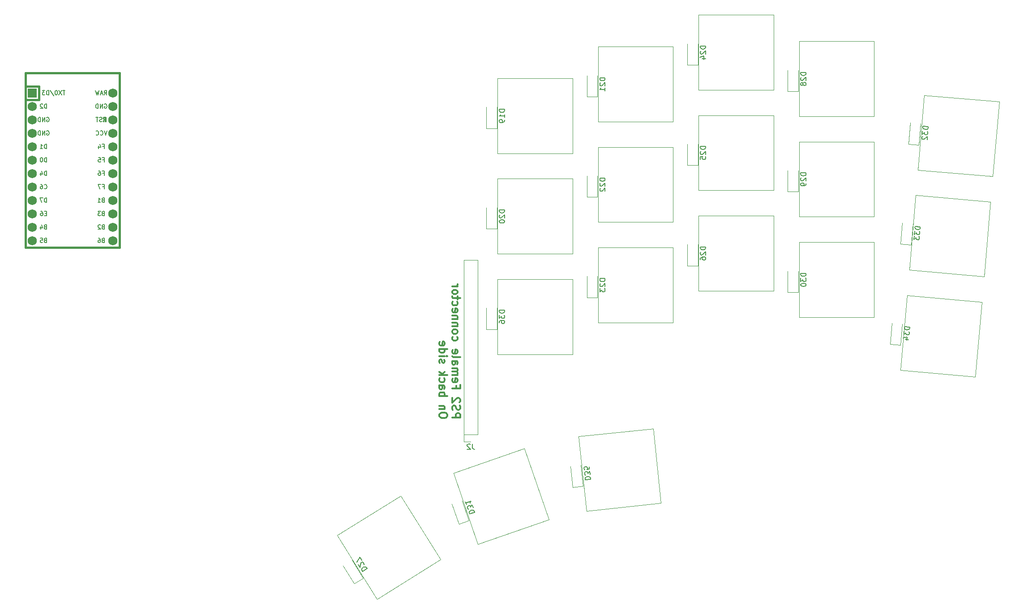
<source format=gbr>
%TF.GenerationSoftware,KiCad,Pcbnew,7.0.7*%
%TF.CreationDate,2023-09-26T18:04:07-06:00*%
%TF.ProjectId,keyboard,6b657962-6f61-4726-942e-6b696361645f,rev?*%
%TF.SameCoordinates,Original*%
%TF.FileFunction,Legend,Bot*%
%TF.FilePolarity,Positive*%
%FSLAX46Y46*%
G04 Gerber Fmt 4.6, Leading zero omitted, Abs format (unit mm)*
G04 Created by KiCad (PCBNEW 7.0.7) date 2023-09-26 18:04:07*
%MOMM*%
%LPD*%
G01*
G04 APERTURE LIST*
%ADD10C,0.300000*%
%ADD11C,0.150000*%
%ADD12C,0.381000*%
%ADD13C,0.120000*%
%ADD14C,1.752600*%
%ADD15R,1.752600X1.752600*%
G04 APERTURE END LIST*
D10*
X190614171Y-120445489D02*
X192114171Y-120445489D01*
X192114171Y-120445489D02*
X192114171Y-119874060D01*
X192114171Y-119874060D02*
X192042742Y-119731203D01*
X192042742Y-119731203D02*
X191971314Y-119659774D01*
X191971314Y-119659774D02*
X191828457Y-119588346D01*
X191828457Y-119588346D02*
X191614171Y-119588346D01*
X191614171Y-119588346D02*
X191471314Y-119659774D01*
X191471314Y-119659774D02*
X191399885Y-119731203D01*
X191399885Y-119731203D02*
X191328457Y-119874060D01*
X191328457Y-119874060D02*
X191328457Y-120445489D01*
X190685600Y-119016917D02*
X190614171Y-118802632D01*
X190614171Y-118802632D02*
X190614171Y-118445489D01*
X190614171Y-118445489D02*
X190685600Y-118302632D01*
X190685600Y-118302632D02*
X190757028Y-118231203D01*
X190757028Y-118231203D02*
X190899885Y-118159774D01*
X190899885Y-118159774D02*
X191042742Y-118159774D01*
X191042742Y-118159774D02*
X191185600Y-118231203D01*
X191185600Y-118231203D02*
X191257028Y-118302632D01*
X191257028Y-118302632D02*
X191328457Y-118445489D01*
X191328457Y-118445489D02*
X191399885Y-118731203D01*
X191399885Y-118731203D02*
X191471314Y-118874060D01*
X191471314Y-118874060D02*
X191542742Y-118945489D01*
X191542742Y-118945489D02*
X191685600Y-119016917D01*
X191685600Y-119016917D02*
X191828457Y-119016917D01*
X191828457Y-119016917D02*
X191971314Y-118945489D01*
X191971314Y-118945489D02*
X192042742Y-118874060D01*
X192042742Y-118874060D02*
X192114171Y-118731203D01*
X192114171Y-118731203D02*
X192114171Y-118374060D01*
X192114171Y-118374060D02*
X192042742Y-118159774D01*
X191971314Y-117588346D02*
X192042742Y-117516918D01*
X192042742Y-117516918D02*
X192114171Y-117374061D01*
X192114171Y-117374061D02*
X192114171Y-117016918D01*
X192114171Y-117016918D02*
X192042742Y-116874061D01*
X192042742Y-116874061D02*
X191971314Y-116802632D01*
X191971314Y-116802632D02*
X191828457Y-116731203D01*
X191828457Y-116731203D02*
X191685600Y-116731203D01*
X191685600Y-116731203D02*
X191471314Y-116802632D01*
X191471314Y-116802632D02*
X190614171Y-117659775D01*
X190614171Y-117659775D02*
X190614171Y-116731203D01*
X191399885Y-114445490D02*
X191399885Y-114945490D01*
X190614171Y-114945490D02*
X192114171Y-114945490D01*
X192114171Y-114945490D02*
X192114171Y-114231204D01*
X190685600Y-113088347D02*
X190614171Y-113231204D01*
X190614171Y-113231204D02*
X190614171Y-113516919D01*
X190614171Y-113516919D02*
X190685600Y-113659776D01*
X190685600Y-113659776D02*
X190828457Y-113731204D01*
X190828457Y-113731204D02*
X191399885Y-113731204D01*
X191399885Y-113731204D02*
X191542742Y-113659776D01*
X191542742Y-113659776D02*
X191614171Y-113516919D01*
X191614171Y-113516919D02*
X191614171Y-113231204D01*
X191614171Y-113231204D02*
X191542742Y-113088347D01*
X191542742Y-113088347D02*
X191399885Y-113016919D01*
X191399885Y-113016919D02*
X191257028Y-113016919D01*
X191257028Y-113016919D02*
X191114171Y-113731204D01*
X190614171Y-112374062D02*
X191614171Y-112374062D01*
X191471314Y-112374062D02*
X191542742Y-112302633D01*
X191542742Y-112302633D02*
X191614171Y-112159776D01*
X191614171Y-112159776D02*
X191614171Y-111945490D01*
X191614171Y-111945490D02*
X191542742Y-111802633D01*
X191542742Y-111802633D02*
X191399885Y-111731205D01*
X191399885Y-111731205D02*
X190614171Y-111731205D01*
X191399885Y-111731205D02*
X191542742Y-111659776D01*
X191542742Y-111659776D02*
X191614171Y-111516919D01*
X191614171Y-111516919D02*
X191614171Y-111302633D01*
X191614171Y-111302633D02*
X191542742Y-111159776D01*
X191542742Y-111159776D02*
X191399885Y-111088347D01*
X191399885Y-111088347D02*
X190614171Y-111088347D01*
X190614171Y-109731205D02*
X191399885Y-109731205D01*
X191399885Y-109731205D02*
X191542742Y-109802633D01*
X191542742Y-109802633D02*
X191614171Y-109945490D01*
X191614171Y-109945490D02*
X191614171Y-110231205D01*
X191614171Y-110231205D02*
X191542742Y-110374062D01*
X190685600Y-109731205D02*
X190614171Y-109874062D01*
X190614171Y-109874062D02*
X190614171Y-110231205D01*
X190614171Y-110231205D02*
X190685600Y-110374062D01*
X190685600Y-110374062D02*
X190828457Y-110445490D01*
X190828457Y-110445490D02*
X190971314Y-110445490D01*
X190971314Y-110445490D02*
X191114171Y-110374062D01*
X191114171Y-110374062D02*
X191185600Y-110231205D01*
X191185600Y-110231205D02*
X191185600Y-109874062D01*
X191185600Y-109874062D02*
X191257028Y-109731205D01*
X190614171Y-108802633D02*
X190685600Y-108945490D01*
X190685600Y-108945490D02*
X190828457Y-109016919D01*
X190828457Y-109016919D02*
X192114171Y-109016919D01*
X190685600Y-107659776D02*
X190614171Y-107802633D01*
X190614171Y-107802633D02*
X190614171Y-108088348D01*
X190614171Y-108088348D02*
X190685600Y-108231205D01*
X190685600Y-108231205D02*
X190828457Y-108302633D01*
X190828457Y-108302633D02*
X191399885Y-108302633D01*
X191399885Y-108302633D02*
X191542742Y-108231205D01*
X191542742Y-108231205D02*
X191614171Y-108088348D01*
X191614171Y-108088348D02*
X191614171Y-107802633D01*
X191614171Y-107802633D02*
X191542742Y-107659776D01*
X191542742Y-107659776D02*
X191399885Y-107588348D01*
X191399885Y-107588348D02*
X191257028Y-107588348D01*
X191257028Y-107588348D02*
X191114171Y-108302633D01*
X190685600Y-105159777D02*
X190614171Y-105302634D01*
X190614171Y-105302634D02*
X190614171Y-105588348D01*
X190614171Y-105588348D02*
X190685600Y-105731205D01*
X190685600Y-105731205D02*
X190757028Y-105802634D01*
X190757028Y-105802634D02*
X190899885Y-105874062D01*
X190899885Y-105874062D02*
X191328457Y-105874062D01*
X191328457Y-105874062D02*
X191471314Y-105802634D01*
X191471314Y-105802634D02*
X191542742Y-105731205D01*
X191542742Y-105731205D02*
X191614171Y-105588348D01*
X191614171Y-105588348D02*
X191614171Y-105302634D01*
X191614171Y-105302634D02*
X191542742Y-105159777D01*
X190614171Y-104302634D02*
X190685600Y-104445491D01*
X190685600Y-104445491D02*
X190757028Y-104516920D01*
X190757028Y-104516920D02*
X190899885Y-104588348D01*
X190899885Y-104588348D02*
X191328457Y-104588348D01*
X191328457Y-104588348D02*
X191471314Y-104516920D01*
X191471314Y-104516920D02*
X191542742Y-104445491D01*
X191542742Y-104445491D02*
X191614171Y-104302634D01*
X191614171Y-104302634D02*
X191614171Y-104088348D01*
X191614171Y-104088348D02*
X191542742Y-103945491D01*
X191542742Y-103945491D02*
X191471314Y-103874063D01*
X191471314Y-103874063D02*
X191328457Y-103802634D01*
X191328457Y-103802634D02*
X190899885Y-103802634D01*
X190899885Y-103802634D02*
X190757028Y-103874063D01*
X190757028Y-103874063D02*
X190685600Y-103945491D01*
X190685600Y-103945491D02*
X190614171Y-104088348D01*
X190614171Y-104088348D02*
X190614171Y-104302634D01*
X191614171Y-103159777D02*
X190614171Y-103159777D01*
X191471314Y-103159777D02*
X191542742Y-103088348D01*
X191542742Y-103088348D02*
X191614171Y-102945491D01*
X191614171Y-102945491D02*
X191614171Y-102731205D01*
X191614171Y-102731205D02*
X191542742Y-102588348D01*
X191542742Y-102588348D02*
X191399885Y-102516920D01*
X191399885Y-102516920D02*
X190614171Y-102516920D01*
X191614171Y-101802634D02*
X190614171Y-101802634D01*
X191471314Y-101802634D02*
X191542742Y-101731205D01*
X191542742Y-101731205D02*
X191614171Y-101588348D01*
X191614171Y-101588348D02*
X191614171Y-101374062D01*
X191614171Y-101374062D02*
X191542742Y-101231205D01*
X191542742Y-101231205D02*
X191399885Y-101159777D01*
X191399885Y-101159777D02*
X190614171Y-101159777D01*
X190685600Y-99874062D02*
X190614171Y-100016919D01*
X190614171Y-100016919D02*
X190614171Y-100302634D01*
X190614171Y-100302634D02*
X190685600Y-100445491D01*
X190685600Y-100445491D02*
X190828457Y-100516919D01*
X190828457Y-100516919D02*
X191399885Y-100516919D01*
X191399885Y-100516919D02*
X191542742Y-100445491D01*
X191542742Y-100445491D02*
X191614171Y-100302634D01*
X191614171Y-100302634D02*
X191614171Y-100016919D01*
X191614171Y-100016919D02*
X191542742Y-99874062D01*
X191542742Y-99874062D02*
X191399885Y-99802634D01*
X191399885Y-99802634D02*
X191257028Y-99802634D01*
X191257028Y-99802634D02*
X191114171Y-100516919D01*
X190685600Y-98516920D02*
X190614171Y-98659777D01*
X190614171Y-98659777D02*
X190614171Y-98945491D01*
X190614171Y-98945491D02*
X190685600Y-99088348D01*
X190685600Y-99088348D02*
X190757028Y-99159777D01*
X190757028Y-99159777D02*
X190899885Y-99231205D01*
X190899885Y-99231205D02*
X191328457Y-99231205D01*
X191328457Y-99231205D02*
X191471314Y-99159777D01*
X191471314Y-99159777D02*
X191542742Y-99088348D01*
X191542742Y-99088348D02*
X191614171Y-98945491D01*
X191614171Y-98945491D02*
X191614171Y-98659777D01*
X191614171Y-98659777D02*
X191542742Y-98516920D01*
X191614171Y-98088348D02*
X191614171Y-97516920D01*
X192114171Y-97874063D02*
X190828457Y-97874063D01*
X190828457Y-97874063D02*
X190685600Y-97802634D01*
X190685600Y-97802634D02*
X190614171Y-97659777D01*
X190614171Y-97659777D02*
X190614171Y-97516920D01*
X190614171Y-96802634D02*
X190685600Y-96945491D01*
X190685600Y-96945491D02*
X190757028Y-97016920D01*
X190757028Y-97016920D02*
X190899885Y-97088348D01*
X190899885Y-97088348D02*
X191328457Y-97088348D01*
X191328457Y-97088348D02*
X191471314Y-97016920D01*
X191471314Y-97016920D02*
X191542742Y-96945491D01*
X191542742Y-96945491D02*
X191614171Y-96802634D01*
X191614171Y-96802634D02*
X191614171Y-96588348D01*
X191614171Y-96588348D02*
X191542742Y-96445491D01*
X191542742Y-96445491D02*
X191471314Y-96374063D01*
X191471314Y-96374063D02*
X191328457Y-96302634D01*
X191328457Y-96302634D02*
X190899885Y-96302634D01*
X190899885Y-96302634D02*
X190757028Y-96374063D01*
X190757028Y-96374063D02*
X190685600Y-96445491D01*
X190685600Y-96445491D02*
X190614171Y-96588348D01*
X190614171Y-96588348D02*
X190614171Y-96802634D01*
X190614171Y-95659777D02*
X191614171Y-95659777D01*
X191328457Y-95659777D02*
X191471314Y-95588348D01*
X191471314Y-95588348D02*
X191542742Y-95516920D01*
X191542742Y-95516920D02*
X191614171Y-95374062D01*
X191614171Y-95374062D02*
X191614171Y-95231205D01*
X189699171Y-120159774D02*
X189699171Y-119874060D01*
X189699171Y-119874060D02*
X189627742Y-119731203D01*
X189627742Y-119731203D02*
X189484885Y-119588346D01*
X189484885Y-119588346D02*
X189199171Y-119516917D01*
X189199171Y-119516917D02*
X188699171Y-119516917D01*
X188699171Y-119516917D02*
X188413457Y-119588346D01*
X188413457Y-119588346D02*
X188270600Y-119731203D01*
X188270600Y-119731203D02*
X188199171Y-119874060D01*
X188199171Y-119874060D02*
X188199171Y-120159774D01*
X188199171Y-120159774D02*
X188270600Y-120302632D01*
X188270600Y-120302632D02*
X188413457Y-120445489D01*
X188413457Y-120445489D02*
X188699171Y-120516917D01*
X188699171Y-120516917D02*
X189199171Y-120516917D01*
X189199171Y-120516917D02*
X189484885Y-120445489D01*
X189484885Y-120445489D02*
X189627742Y-120302632D01*
X189627742Y-120302632D02*
X189699171Y-120159774D01*
X189199171Y-118874060D02*
X188199171Y-118874060D01*
X189056314Y-118874060D02*
X189127742Y-118802631D01*
X189127742Y-118802631D02*
X189199171Y-118659774D01*
X189199171Y-118659774D02*
X189199171Y-118445488D01*
X189199171Y-118445488D02*
X189127742Y-118302631D01*
X189127742Y-118302631D02*
X188984885Y-118231203D01*
X188984885Y-118231203D02*
X188199171Y-118231203D01*
X188199171Y-116374060D02*
X189699171Y-116374060D01*
X189127742Y-116374060D02*
X189199171Y-116231203D01*
X189199171Y-116231203D02*
X189199171Y-115945488D01*
X189199171Y-115945488D02*
X189127742Y-115802631D01*
X189127742Y-115802631D02*
X189056314Y-115731203D01*
X189056314Y-115731203D02*
X188913457Y-115659774D01*
X188913457Y-115659774D02*
X188484885Y-115659774D01*
X188484885Y-115659774D02*
X188342028Y-115731203D01*
X188342028Y-115731203D02*
X188270600Y-115802631D01*
X188270600Y-115802631D02*
X188199171Y-115945488D01*
X188199171Y-115945488D02*
X188199171Y-116231203D01*
X188199171Y-116231203D02*
X188270600Y-116374060D01*
X188199171Y-114374060D02*
X188984885Y-114374060D01*
X188984885Y-114374060D02*
X189127742Y-114445488D01*
X189127742Y-114445488D02*
X189199171Y-114588345D01*
X189199171Y-114588345D02*
X189199171Y-114874060D01*
X189199171Y-114874060D02*
X189127742Y-115016917D01*
X188270600Y-114374060D02*
X188199171Y-114516917D01*
X188199171Y-114516917D02*
X188199171Y-114874060D01*
X188199171Y-114874060D02*
X188270600Y-115016917D01*
X188270600Y-115016917D02*
X188413457Y-115088345D01*
X188413457Y-115088345D02*
X188556314Y-115088345D01*
X188556314Y-115088345D02*
X188699171Y-115016917D01*
X188699171Y-115016917D02*
X188770600Y-114874060D01*
X188770600Y-114874060D02*
X188770600Y-114516917D01*
X188770600Y-114516917D02*
X188842028Y-114374060D01*
X188270600Y-113016917D02*
X188199171Y-113159774D01*
X188199171Y-113159774D02*
X188199171Y-113445488D01*
X188199171Y-113445488D02*
X188270600Y-113588345D01*
X188270600Y-113588345D02*
X188342028Y-113659774D01*
X188342028Y-113659774D02*
X188484885Y-113731202D01*
X188484885Y-113731202D02*
X188913457Y-113731202D01*
X188913457Y-113731202D02*
X189056314Y-113659774D01*
X189056314Y-113659774D02*
X189127742Y-113588345D01*
X189127742Y-113588345D02*
X189199171Y-113445488D01*
X189199171Y-113445488D02*
X189199171Y-113159774D01*
X189199171Y-113159774D02*
X189127742Y-113016917D01*
X188199171Y-112374060D02*
X189699171Y-112374060D01*
X188770600Y-112231203D02*
X188199171Y-111802631D01*
X189199171Y-111802631D02*
X188627742Y-112374060D01*
X188270600Y-110088345D02*
X188199171Y-109945488D01*
X188199171Y-109945488D02*
X188199171Y-109659774D01*
X188199171Y-109659774D02*
X188270600Y-109516917D01*
X188270600Y-109516917D02*
X188413457Y-109445488D01*
X188413457Y-109445488D02*
X188484885Y-109445488D01*
X188484885Y-109445488D02*
X188627742Y-109516917D01*
X188627742Y-109516917D02*
X188699171Y-109659774D01*
X188699171Y-109659774D02*
X188699171Y-109874060D01*
X188699171Y-109874060D02*
X188770600Y-110016917D01*
X188770600Y-110016917D02*
X188913457Y-110088345D01*
X188913457Y-110088345D02*
X188984885Y-110088345D01*
X188984885Y-110088345D02*
X189127742Y-110016917D01*
X189127742Y-110016917D02*
X189199171Y-109874060D01*
X189199171Y-109874060D02*
X189199171Y-109659774D01*
X189199171Y-109659774D02*
X189127742Y-109516917D01*
X188199171Y-108802631D02*
X189199171Y-108802631D01*
X189699171Y-108802631D02*
X189627742Y-108874059D01*
X189627742Y-108874059D02*
X189556314Y-108802631D01*
X189556314Y-108802631D02*
X189627742Y-108731202D01*
X189627742Y-108731202D02*
X189699171Y-108802631D01*
X189699171Y-108802631D02*
X189556314Y-108802631D01*
X188199171Y-107445488D02*
X189699171Y-107445488D01*
X188270600Y-107445488D02*
X188199171Y-107588345D01*
X188199171Y-107588345D02*
X188199171Y-107874059D01*
X188199171Y-107874059D02*
X188270600Y-108016916D01*
X188270600Y-108016916D02*
X188342028Y-108088345D01*
X188342028Y-108088345D02*
X188484885Y-108159773D01*
X188484885Y-108159773D02*
X188913457Y-108159773D01*
X188913457Y-108159773D02*
X189056314Y-108088345D01*
X189056314Y-108088345D02*
X189127742Y-108016916D01*
X189127742Y-108016916D02*
X189199171Y-107874059D01*
X189199171Y-107874059D02*
X189199171Y-107588345D01*
X189199171Y-107588345D02*
X189127742Y-107445488D01*
X188270600Y-106159773D02*
X188199171Y-106302630D01*
X188199171Y-106302630D02*
X188199171Y-106588345D01*
X188199171Y-106588345D02*
X188270600Y-106731202D01*
X188270600Y-106731202D02*
X188413457Y-106802630D01*
X188413457Y-106802630D02*
X188984885Y-106802630D01*
X188984885Y-106802630D02*
X189127742Y-106731202D01*
X189127742Y-106731202D02*
X189199171Y-106588345D01*
X189199171Y-106588345D02*
X189199171Y-106302630D01*
X189199171Y-106302630D02*
X189127742Y-106159773D01*
X189127742Y-106159773D02*
X188984885Y-106088345D01*
X188984885Y-106088345D02*
X188842028Y-106088345D01*
X188842028Y-106088345D02*
X188699171Y-106802630D01*
D11*
X124584809Y-84373247D02*
X124470523Y-84411342D01*
X124470523Y-84411342D02*
X124432428Y-84449438D01*
X124432428Y-84449438D02*
X124394332Y-84525628D01*
X124394332Y-84525628D02*
X124394332Y-84639914D01*
X124394332Y-84639914D02*
X124432428Y-84716104D01*
X124432428Y-84716104D02*
X124470523Y-84754200D01*
X124470523Y-84754200D02*
X124546713Y-84792295D01*
X124546713Y-84792295D02*
X124851475Y-84792295D01*
X124851475Y-84792295D02*
X124851475Y-83992295D01*
X124851475Y-83992295D02*
X124584809Y-83992295D01*
X124584809Y-83992295D02*
X124508618Y-84030390D01*
X124508618Y-84030390D02*
X124470523Y-84068485D01*
X124470523Y-84068485D02*
X124432428Y-84144676D01*
X124432428Y-84144676D02*
X124432428Y-84220866D01*
X124432428Y-84220866D02*
X124470523Y-84297057D01*
X124470523Y-84297057D02*
X124508618Y-84335152D01*
X124508618Y-84335152D02*
X124584809Y-84373247D01*
X124584809Y-84373247D02*
X124851475Y-84373247D01*
X124089571Y-84068485D02*
X124051475Y-84030390D01*
X124051475Y-84030390D02*
X123975285Y-83992295D01*
X123975285Y-83992295D02*
X123784809Y-83992295D01*
X123784809Y-83992295D02*
X123708618Y-84030390D01*
X123708618Y-84030390D02*
X123670523Y-84068485D01*
X123670523Y-84068485D02*
X123632428Y-84144676D01*
X123632428Y-84144676D02*
X123632428Y-84220866D01*
X123632428Y-84220866D02*
X123670523Y-84335152D01*
X123670523Y-84335152D02*
X124127666Y-84792295D01*
X124127666Y-84792295D02*
X123632428Y-84792295D01*
X113929475Y-61932295D02*
X113929475Y-61132295D01*
X113929475Y-61132295D02*
X113738999Y-61132295D01*
X113738999Y-61132295D02*
X113624713Y-61170390D01*
X113624713Y-61170390D02*
X113548523Y-61246580D01*
X113548523Y-61246580D02*
X113510428Y-61322771D01*
X113510428Y-61322771D02*
X113472332Y-61475152D01*
X113472332Y-61475152D02*
X113472332Y-61589438D01*
X113472332Y-61589438D02*
X113510428Y-61741819D01*
X113510428Y-61741819D02*
X113548523Y-61818009D01*
X113548523Y-61818009D02*
X113624713Y-61894200D01*
X113624713Y-61894200D02*
X113738999Y-61932295D01*
X113738999Y-61932295D02*
X113929475Y-61932295D01*
X113167571Y-61208485D02*
X113129475Y-61170390D01*
X113129475Y-61170390D02*
X113053285Y-61132295D01*
X113053285Y-61132295D02*
X112862809Y-61132295D01*
X112862809Y-61132295D02*
X112786618Y-61170390D01*
X112786618Y-61170390D02*
X112748523Y-61208485D01*
X112748523Y-61208485D02*
X112710428Y-61284676D01*
X112710428Y-61284676D02*
X112710428Y-61360866D01*
X112710428Y-61360866D02*
X112748523Y-61475152D01*
X112748523Y-61475152D02*
X113205666Y-61932295D01*
X113205666Y-61932295D02*
X112710428Y-61932295D01*
X124584809Y-86913247D02*
X124470523Y-86951342D01*
X124470523Y-86951342D02*
X124432428Y-86989438D01*
X124432428Y-86989438D02*
X124394332Y-87065628D01*
X124394332Y-87065628D02*
X124394332Y-87179914D01*
X124394332Y-87179914D02*
X124432428Y-87256104D01*
X124432428Y-87256104D02*
X124470523Y-87294200D01*
X124470523Y-87294200D02*
X124546713Y-87332295D01*
X124546713Y-87332295D02*
X124851475Y-87332295D01*
X124851475Y-87332295D02*
X124851475Y-86532295D01*
X124851475Y-86532295D02*
X124584809Y-86532295D01*
X124584809Y-86532295D02*
X124508618Y-86570390D01*
X124508618Y-86570390D02*
X124470523Y-86608485D01*
X124470523Y-86608485D02*
X124432428Y-86684676D01*
X124432428Y-86684676D02*
X124432428Y-86760866D01*
X124432428Y-86760866D02*
X124470523Y-86837057D01*
X124470523Y-86837057D02*
X124508618Y-86875152D01*
X124508618Y-86875152D02*
X124584809Y-86913247D01*
X124584809Y-86913247D02*
X124851475Y-86913247D01*
X123708618Y-86532295D02*
X123860999Y-86532295D01*
X123860999Y-86532295D02*
X123937190Y-86570390D01*
X123937190Y-86570390D02*
X123975285Y-86608485D01*
X123975285Y-86608485D02*
X124051475Y-86722771D01*
X124051475Y-86722771D02*
X124089571Y-86875152D01*
X124089571Y-86875152D02*
X124089571Y-87179914D01*
X124089571Y-87179914D02*
X124051475Y-87256104D01*
X124051475Y-87256104D02*
X124013380Y-87294200D01*
X124013380Y-87294200D02*
X123937190Y-87332295D01*
X123937190Y-87332295D02*
X123784809Y-87332295D01*
X123784809Y-87332295D02*
X123708618Y-87294200D01*
X123708618Y-87294200D02*
X123670523Y-87256104D01*
X123670523Y-87256104D02*
X123632428Y-87179914D01*
X123632428Y-87179914D02*
X123632428Y-86989438D01*
X123632428Y-86989438D02*
X123670523Y-86913247D01*
X123670523Y-86913247D02*
X123708618Y-86875152D01*
X123708618Y-86875152D02*
X123784809Y-86837057D01*
X123784809Y-86837057D02*
X123937190Y-86837057D01*
X123937190Y-86837057D02*
X124013380Y-86875152D01*
X124013380Y-86875152D02*
X124051475Y-86913247D01*
X124051475Y-86913247D02*
X124089571Y-86989438D01*
X113948523Y-63710390D02*
X114024713Y-63672295D01*
X114024713Y-63672295D02*
X114138999Y-63672295D01*
X114138999Y-63672295D02*
X114253285Y-63710390D01*
X114253285Y-63710390D02*
X114329475Y-63786580D01*
X114329475Y-63786580D02*
X114367570Y-63862771D01*
X114367570Y-63862771D02*
X114405666Y-64015152D01*
X114405666Y-64015152D02*
X114405666Y-64129438D01*
X114405666Y-64129438D02*
X114367570Y-64281819D01*
X114367570Y-64281819D02*
X114329475Y-64358009D01*
X114329475Y-64358009D02*
X114253285Y-64434200D01*
X114253285Y-64434200D02*
X114138999Y-64472295D01*
X114138999Y-64472295D02*
X114062808Y-64472295D01*
X114062808Y-64472295D02*
X113948523Y-64434200D01*
X113948523Y-64434200D02*
X113910427Y-64396104D01*
X113910427Y-64396104D02*
X113910427Y-64129438D01*
X113910427Y-64129438D02*
X114062808Y-64129438D01*
X113567570Y-64472295D02*
X113567570Y-63672295D01*
X113567570Y-63672295D02*
X113110427Y-64472295D01*
X113110427Y-64472295D02*
X113110427Y-63672295D01*
X112729475Y-64472295D02*
X112729475Y-63672295D01*
X112729475Y-63672295D02*
X112538999Y-63672295D01*
X112538999Y-63672295D02*
X112424713Y-63710390D01*
X112424713Y-63710390D02*
X112348523Y-63786580D01*
X112348523Y-63786580D02*
X112310428Y-63862771D01*
X112310428Y-63862771D02*
X112272332Y-64015152D01*
X112272332Y-64015152D02*
X112272332Y-64129438D01*
X112272332Y-64129438D02*
X112310428Y-64281819D01*
X112310428Y-64281819D02*
X112348523Y-64358009D01*
X112348523Y-64358009D02*
X112424713Y-64434200D01*
X112424713Y-64434200D02*
X112538999Y-64472295D01*
X112538999Y-64472295D02*
X112729475Y-64472295D01*
X124870523Y-61170390D02*
X124946713Y-61132295D01*
X124946713Y-61132295D02*
X125060999Y-61132295D01*
X125060999Y-61132295D02*
X125175285Y-61170390D01*
X125175285Y-61170390D02*
X125251475Y-61246580D01*
X125251475Y-61246580D02*
X125289570Y-61322771D01*
X125289570Y-61322771D02*
X125327666Y-61475152D01*
X125327666Y-61475152D02*
X125327666Y-61589438D01*
X125327666Y-61589438D02*
X125289570Y-61741819D01*
X125289570Y-61741819D02*
X125251475Y-61818009D01*
X125251475Y-61818009D02*
X125175285Y-61894200D01*
X125175285Y-61894200D02*
X125060999Y-61932295D01*
X125060999Y-61932295D02*
X124984808Y-61932295D01*
X124984808Y-61932295D02*
X124870523Y-61894200D01*
X124870523Y-61894200D02*
X124832427Y-61856104D01*
X124832427Y-61856104D02*
X124832427Y-61589438D01*
X124832427Y-61589438D02*
X124984808Y-61589438D01*
X124489570Y-61932295D02*
X124489570Y-61132295D01*
X124489570Y-61132295D02*
X124032427Y-61932295D01*
X124032427Y-61932295D02*
X124032427Y-61132295D01*
X123651475Y-61932295D02*
X123651475Y-61132295D01*
X123651475Y-61132295D02*
X123460999Y-61132295D01*
X123460999Y-61132295D02*
X123346713Y-61170390D01*
X123346713Y-61170390D02*
X123270523Y-61246580D01*
X123270523Y-61246580D02*
X123232428Y-61322771D01*
X123232428Y-61322771D02*
X123194332Y-61475152D01*
X123194332Y-61475152D02*
X123194332Y-61589438D01*
X123194332Y-61589438D02*
X123232428Y-61741819D01*
X123232428Y-61741819D02*
X123270523Y-61818009D01*
X123270523Y-61818009D02*
X123346713Y-61894200D01*
X123346713Y-61894200D02*
X123460999Y-61932295D01*
X123460999Y-61932295D02*
X123651475Y-61932295D01*
X117418604Y-58592295D02*
X116961461Y-58592295D01*
X117190033Y-59392295D02*
X117190033Y-58592295D01*
X116770985Y-58592295D02*
X116237651Y-59392295D01*
X116237651Y-58592295D02*
X116770985Y-59392295D01*
X115780508Y-58592295D02*
X115704318Y-58592295D01*
X115704318Y-58592295D02*
X115628127Y-58630390D01*
X115628127Y-58630390D02*
X115590032Y-58668485D01*
X115590032Y-58668485D02*
X115551937Y-58744676D01*
X115551937Y-58744676D02*
X115513842Y-58897057D01*
X115513842Y-58897057D02*
X115513842Y-59087533D01*
X115513842Y-59087533D02*
X115551937Y-59239914D01*
X115551937Y-59239914D02*
X115590032Y-59316104D01*
X115590032Y-59316104D02*
X115628127Y-59354200D01*
X115628127Y-59354200D02*
X115704318Y-59392295D01*
X115704318Y-59392295D02*
X115780508Y-59392295D01*
X115780508Y-59392295D02*
X115856699Y-59354200D01*
X115856699Y-59354200D02*
X115894794Y-59316104D01*
X115894794Y-59316104D02*
X115932889Y-59239914D01*
X115932889Y-59239914D02*
X115970985Y-59087533D01*
X115970985Y-59087533D02*
X115970985Y-58897057D01*
X115970985Y-58897057D02*
X115932889Y-58744676D01*
X115932889Y-58744676D02*
X115894794Y-58668485D01*
X115894794Y-58668485D02*
X115856699Y-58630390D01*
X115856699Y-58630390D02*
X115780508Y-58592295D01*
X114599556Y-58554200D02*
X115285270Y-59582771D01*
X114332889Y-59392295D02*
X114332889Y-58592295D01*
X114332889Y-58592295D02*
X114142413Y-58592295D01*
X114142413Y-58592295D02*
X114028127Y-58630390D01*
X114028127Y-58630390D02*
X113951937Y-58706580D01*
X113951937Y-58706580D02*
X113913842Y-58782771D01*
X113913842Y-58782771D02*
X113875746Y-58935152D01*
X113875746Y-58935152D02*
X113875746Y-59049438D01*
X113875746Y-59049438D02*
X113913842Y-59201819D01*
X113913842Y-59201819D02*
X113951937Y-59278009D01*
X113951937Y-59278009D02*
X114028127Y-59354200D01*
X114028127Y-59354200D02*
X114142413Y-59392295D01*
X114142413Y-59392295D02*
X114332889Y-59392295D01*
X113609080Y-58592295D02*
X113113842Y-58592295D01*
X113113842Y-58592295D02*
X113380508Y-58897057D01*
X113380508Y-58897057D02*
X113266223Y-58897057D01*
X113266223Y-58897057D02*
X113190032Y-58935152D01*
X113190032Y-58935152D02*
X113151937Y-58973247D01*
X113151937Y-58973247D02*
X113113842Y-59049438D01*
X113113842Y-59049438D02*
X113113842Y-59239914D01*
X113113842Y-59239914D02*
X113151937Y-59316104D01*
X113151937Y-59316104D02*
X113190032Y-59354200D01*
X113190032Y-59354200D02*
X113266223Y-59392295D01*
X113266223Y-59392295D02*
X113494794Y-59392295D01*
X113494794Y-59392295D02*
X113570985Y-59354200D01*
X113570985Y-59354200D02*
X113609080Y-59316104D01*
X113929475Y-69552295D02*
X113929475Y-68752295D01*
X113929475Y-68752295D02*
X113738999Y-68752295D01*
X113738999Y-68752295D02*
X113624713Y-68790390D01*
X113624713Y-68790390D02*
X113548523Y-68866580D01*
X113548523Y-68866580D02*
X113510428Y-68942771D01*
X113510428Y-68942771D02*
X113472332Y-69095152D01*
X113472332Y-69095152D02*
X113472332Y-69209438D01*
X113472332Y-69209438D02*
X113510428Y-69361819D01*
X113510428Y-69361819D02*
X113548523Y-69438009D01*
X113548523Y-69438009D02*
X113624713Y-69514200D01*
X113624713Y-69514200D02*
X113738999Y-69552295D01*
X113738999Y-69552295D02*
X113929475Y-69552295D01*
X112710428Y-69552295D02*
X113167571Y-69552295D01*
X112938999Y-69552295D02*
X112938999Y-68752295D01*
X112938999Y-68752295D02*
X113015190Y-68866580D01*
X113015190Y-68866580D02*
X113091380Y-68942771D01*
X113091380Y-68942771D02*
X113167571Y-68980866D01*
X124584809Y-79293247D02*
X124470523Y-79331342D01*
X124470523Y-79331342D02*
X124432428Y-79369438D01*
X124432428Y-79369438D02*
X124394332Y-79445628D01*
X124394332Y-79445628D02*
X124394332Y-79559914D01*
X124394332Y-79559914D02*
X124432428Y-79636104D01*
X124432428Y-79636104D02*
X124470523Y-79674200D01*
X124470523Y-79674200D02*
X124546713Y-79712295D01*
X124546713Y-79712295D02*
X124851475Y-79712295D01*
X124851475Y-79712295D02*
X124851475Y-78912295D01*
X124851475Y-78912295D02*
X124584809Y-78912295D01*
X124584809Y-78912295D02*
X124508618Y-78950390D01*
X124508618Y-78950390D02*
X124470523Y-78988485D01*
X124470523Y-78988485D02*
X124432428Y-79064676D01*
X124432428Y-79064676D02*
X124432428Y-79140866D01*
X124432428Y-79140866D02*
X124470523Y-79217057D01*
X124470523Y-79217057D02*
X124508618Y-79255152D01*
X124508618Y-79255152D02*
X124584809Y-79293247D01*
X124584809Y-79293247D02*
X124851475Y-79293247D01*
X123632428Y-79712295D02*
X124089571Y-79712295D01*
X123860999Y-79712295D02*
X123860999Y-78912295D01*
X123860999Y-78912295D02*
X123937190Y-79026580D01*
X123937190Y-79026580D02*
X124013380Y-79102771D01*
X124013380Y-79102771D02*
X124089571Y-79140866D01*
X113948523Y-66250390D02*
X114024713Y-66212295D01*
X114024713Y-66212295D02*
X114138999Y-66212295D01*
X114138999Y-66212295D02*
X114253285Y-66250390D01*
X114253285Y-66250390D02*
X114329475Y-66326580D01*
X114329475Y-66326580D02*
X114367570Y-66402771D01*
X114367570Y-66402771D02*
X114405666Y-66555152D01*
X114405666Y-66555152D02*
X114405666Y-66669438D01*
X114405666Y-66669438D02*
X114367570Y-66821819D01*
X114367570Y-66821819D02*
X114329475Y-66898009D01*
X114329475Y-66898009D02*
X114253285Y-66974200D01*
X114253285Y-66974200D02*
X114138999Y-67012295D01*
X114138999Y-67012295D02*
X114062808Y-67012295D01*
X114062808Y-67012295D02*
X113948523Y-66974200D01*
X113948523Y-66974200D02*
X113910427Y-66936104D01*
X113910427Y-66936104D02*
X113910427Y-66669438D01*
X113910427Y-66669438D02*
X114062808Y-66669438D01*
X113567570Y-67012295D02*
X113567570Y-66212295D01*
X113567570Y-66212295D02*
X113110427Y-67012295D01*
X113110427Y-67012295D02*
X113110427Y-66212295D01*
X112729475Y-67012295D02*
X112729475Y-66212295D01*
X112729475Y-66212295D02*
X112538999Y-66212295D01*
X112538999Y-66212295D02*
X112424713Y-66250390D01*
X112424713Y-66250390D02*
X112348523Y-66326580D01*
X112348523Y-66326580D02*
X112310428Y-66402771D01*
X112310428Y-66402771D02*
X112272332Y-66555152D01*
X112272332Y-66555152D02*
X112272332Y-66669438D01*
X112272332Y-66669438D02*
X112310428Y-66821819D01*
X112310428Y-66821819D02*
X112348523Y-66898009D01*
X112348523Y-66898009D02*
X112424713Y-66974200D01*
X112424713Y-66974200D02*
X112538999Y-67012295D01*
X112538999Y-67012295D02*
X112729475Y-67012295D01*
X113662809Y-86913247D02*
X113548523Y-86951342D01*
X113548523Y-86951342D02*
X113510428Y-86989438D01*
X113510428Y-86989438D02*
X113472332Y-87065628D01*
X113472332Y-87065628D02*
X113472332Y-87179914D01*
X113472332Y-87179914D02*
X113510428Y-87256104D01*
X113510428Y-87256104D02*
X113548523Y-87294200D01*
X113548523Y-87294200D02*
X113624713Y-87332295D01*
X113624713Y-87332295D02*
X113929475Y-87332295D01*
X113929475Y-87332295D02*
X113929475Y-86532295D01*
X113929475Y-86532295D02*
X113662809Y-86532295D01*
X113662809Y-86532295D02*
X113586618Y-86570390D01*
X113586618Y-86570390D02*
X113548523Y-86608485D01*
X113548523Y-86608485D02*
X113510428Y-86684676D01*
X113510428Y-86684676D02*
X113510428Y-86760866D01*
X113510428Y-86760866D02*
X113548523Y-86837057D01*
X113548523Y-86837057D02*
X113586618Y-86875152D01*
X113586618Y-86875152D02*
X113662809Y-86913247D01*
X113662809Y-86913247D02*
X113929475Y-86913247D01*
X112748523Y-86532295D02*
X113129475Y-86532295D01*
X113129475Y-86532295D02*
X113167571Y-86913247D01*
X113167571Y-86913247D02*
X113129475Y-86875152D01*
X113129475Y-86875152D02*
X113053285Y-86837057D01*
X113053285Y-86837057D02*
X112862809Y-86837057D01*
X112862809Y-86837057D02*
X112786618Y-86875152D01*
X112786618Y-86875152D02*
X112748523Y-86913247D01*
X112748523Y-86913247D02*
X112710428Y-86989438D01*
X112710428Y-86989438D02*
X112710428Y-87179914D01*
X112710428Y-87179914D02*
X112748523Y-87256104D01*
X112748523Y-87256104D02*
X112786618Y-87294200D01*
X112786618Y-87294200D02*
X112862809Y-87332295D01*
X112862809Y-87332295D02*
X113053285Y-87332295D01*
X113053285Y-87332295D02*
X113129475Y-87294200D01*
X113129475Y-87294200D02*
X113167571Y-87256104D01*
X113929475Y-79712295D02*
X113929475Y-78912295D01*
X113929475Y-78912295D02*
X113738999Y-78912295D01*
X113738999Y-78912295D02*
X113624713Y-78950390D01*
X113624713Y-78950390D02*
X113548523Y-79026580D01*
X113548523Y-79026580D02*
X113510428Y-79102771D01*
X113510428Y-79102771D02*
X113472332Y-79255152D01*
X113472332Y-79255152D02*
X113472332Y-79369438D01*
X113472332Y-79369438D02*
X113510428Y-79521819D01*
X113510428Y-79521819D02*
X113548523Y-79598009D01*
X113548523Y-79598009D02*
X113624713Y-79674200D01*
X113624713Y-79674200D02*
X113738999Y-79712295D01*
X113738999Y-79712295D02*
X113929475Y-79712295D01*
X113205666Y-78912295D02*
X112672332Y-78912295D01*
X112672332Y-78912295D02*
X113015190Y-79712295D01*
X113929475Y-72092295D02*
X113929475Y-71292295D01*
X113929475Y-71292295D02*
X113738999Y-71292295D01*
X113738999Y-71292295D02*
X113624713Y-71330390D01*
X113624713Y-71330390D02*
X113548523Y-71406580D01*
X113548523Y-71406580D02*
X113510428Y-71482771D01*
X113510428Y-71482771D02*
X113472332Y-71635152D01*
X113472332Y-71635152D02*
X113472332Y-71749438D01*
X113472332Y-71749438D02*
X113510428Y-71901819D01*
X113510428Y-71901819D02*
X113548523Y-71978009D01*
X113548523Y-71978009D02*
X113624713Y-72054200D01*
X113624713Y-72054200D02*
X113738999Y-72092295D01*
X113738999Y-72092295D02*
X113929475Y-72092295D01*
X112977094Y-71292295D02*
X112900904Y-71292295D01*
X112900904Y-71292295D02*
X112824713Y-71330390D01*
X112824713Y-71330390D02*
X112786618Y-71368485D01*
X112786618Y-71368485D02*
X112748523Y-71444676D01*
X112748523Y-71444676D02*
X112710428Y-71597057D01*
X112710428Y-71597057D02*
X112710428Y-71787533D01*
X112710428Y-71787533D02*
X112748523Y-71939914D01*
X112748523Y-71939914D02*
X112786618Y-72016104D01*
X112786618Y-72016104D02*
X112824713Y-72054200D01*
X112824713Y-72054200D02*
X112900904Y-72092295D01*
X112900904Y-72092295D02*
X112977094Y-72092295D01*
X112977094Y-72092295D02*
X113053285Y-72054200D01*
X113053285Y-72054200D02*
X113091380Y-72016104D01*
X113091380Y-72016104D02*
X113129475Y-71939914D01*
X113129475Y-71939914D02*
X113167571Y-71787533D01*
X113167571Y-71787533D02*
X113167571Y-71597057D01*
X113167571Y-71597057D02*
X113129475Y-71444676D01*
X113129475Y-71444676D02*
X113091380Y-71368485D01*
X113091380Y-71368485D02*
X113053285Y-71330390D01*
X113053285Y-71330390D02*
X112977094Y-71292295D01*
X124813380Y-59392295D02*
X125080047Y-59011342D01*
X125270523Y-59392295D02*
X125270523Y-58592295D01*
X125270523Y-58592295D02*
X124965761Y-58592295D01*
X124965761Y-58592295D02*
X124889571Y-58630390D01*
X124889571Y-58630390D02*
X124851476Y-58668485D01*
X124851476Y-58668485D02*
X124813380Y-58744676D01*
X124813380Y-58744676D02*
X124813380Y-58858961D01*
X124813380Y-58858961D02*
X124851476Y-58935152D01*
X124851476Y-58935152D02*
X124889571Y-58973247D01*
X124889571Y-58973247D02*
X124965761Y-59011342D01*
X124965761Y-59011342D02*
X125270523Y-59011342D01*
X124508619Y-59163723D02*
X124127666Y-59163723D01*
X124584809Y-59392295D02*
X124318142Y-58592295D01*
X124318142Y-58592295D02*
X124051476Y-59392295D01*
X123861000Y-58592295D02*
X123670524Y-59392295D01*
X123670524Y-59392295D02*
X123518143Y-58820866D01*
X123518143Y-58820866D02*
X123365762Y-59392295D01*
X123365762Y-59392295D02*
X123175286Y-58592295D01*
X113929475Y-74632295D02*
X113929475Y-73832295D01*
X113929475Y-73832295D02*
X113738999Y-73832295D01*
X113738999Y-73832295D02*
X113624713Y-73870390D01*
X113624713Y-73870390D02*
X113548523Y-73946580D01*
X113548523Y-73946580D02*
X113510428Y-74022771D01*
X113510428Y-74022771D02*
X113472332Y-74175152D01*
X113472332Y-74175152D02*
X113472332Y-74289438D01*
X113472332Y-74289438D02*
X113510428Y-74441819D01*
X113510428Y-74441819D02*
X113548523Y-74518009D01*
X113548523Y-74518009D02*
X113624713Y-74594200D01*
X113624713Y-74594200D02*
X113738999Y-74632295D01*
X113738999Y-74632295D02*
X113929475Y-74632295D01*
X112786618Y-74098961D02*
X112786618Y-74632295D01*
X112977094Y-73794200D02*
X113167571Y-74365628D01*
X113167571Y-74365628D02*
X112672332Y-74365628D01*
X124527666Y-74213247D02*
X124794332Y-74213247D01*
X124794332Y-74632295D02*
X124794332Y-73832295D01*
X124794332Y-73832295D02*
X124413380Y-73832295D01*
X123765761Y-73832295D02*
X123918142Y-73832295D01*
X123918142Y-73832295D02*
X123994333Y-73870390D01*
X123994333Y-73870390D02*
X124032428Y-73908485D01*
X124032428Y-73908485D02*
X124108618Y-74022771D01*
X124108618Y-74022771D02*
X124146714Y-74175152D01*
X124146714Y-74175152D02*
X124146714Y-74479914D01*
X124146714Y-74479914D02*
X124108618Y-74556104D01*
X124108618Y-74556104D02*
X124070523Y-74594200D01*
X124070523Y-74594200D02*
X123994333Y-74632295D01*
X123994333Y-74632295D02*
X123841952Y-74632295D01*
X123841952Y-74632295D02*
X123765761Y-74594200D01*
X123765761Y-74594200D02*
X123727666Y-74556104D01*
X123727666Y-74556104D02*
X123689571Y-74479914D01*
X123689571Y-74479914D02*
X123689571Y-74289438D01*
X123689571Y-74289438D02*
X123727666Y-74213247D01*
X123727666Y-74213247D02*
X123765761Y-74175152D01*
X123765761Y-74175152D02*
X123841952Y-74137057D01*
X123841952Y-74137057D02*
X123994333Y-74137057D01*
X123994333Y-74137057D02*
X124070523Y-74175152D01*
X124070523Y-74175152D02*
X124108618Y-74213247D01*
X124108618Y-74213247D02*
X124146714Y-74289438D01*
X113662809Y-84373247D02*
X113548523Y-84411342D01*
X113548523Y-84411342D02*
X113510428Y-84449438D01*
X113510428Y-84449438D02*
X113472332Y-84525628D01*
X113472332Y-84525628D02*
X113472332Y-84639914D01*
X113472332Y-84639914D02*
X113510428Y-84716104D01*
X113510428Y-84716104D02*
X113548523Y-84754200D01*
X113548523Y-84754200D02*
X113624713Y-84792295D01*
X113624713Y-84792295D02*
X113929475Y-84792295D01*
X113929475Y-84792295D02*
X113929475Y-83992295D01*
X113929475Y-83992295D02*
X113662809Y-83992295D01*
X113662809Y-83992295D02*
X113586618Y-84030390D01*
X113586618Y-84030390D02*
X113548523Y-84068485D01*
X113548523Y-84068485D02*
X113510428Y-84144676D01*
X113510428Y-84144676D02*
X113510428Y-84220866D01*
X113510428Y-84220866D02*
X113548523Y-84297057D01*
X113548523Y-84297057D02*
X113586618Y-84335152D01*
X113586618Y-84335152D02*
X113662809Y-84373247D01*
X113662809Y-84373247D02*
X113929475Y-84373247D01*
X112786618Y-84258961D02*
X112786618Y-84792295D01*
X112977094Y-83954200D02*
X113167571Y-84525628D01*
X113167571Y-84525628D02*
X112672332Y-84525628D01*
X124584809Y-81833247D02*
X124470523Y-81871342D01*
X124470523Y-81871342D02*
X124432428Y-81909438D01*
X124432428Y-81909438D02*
X124394332Y-81985628D01*
X124394332Y-81985628D02*
X124394332Y-82099914D01*
X124394332Y-82099914D02*
X124432428Y-82176104D01*
X124432428Y-82176104D02*
X124470523Y-82214200D01*
X124470523Y-82214200D02*
X124546713Y-82252295D01*
X124546713Y-82252295D02*
X124851475Y-82252295D01*
X124851475Y-82252295D02*
X124851475Y-81452295D01*
X124851475Y-81452295D02*
X124584809Y-81452295D01*
X124584809Y-81452295D02*
X124508618Y-81490390D01*
X124508618Y-81490390D02*
X124470523Y-81528485D01*
X124470523Y-81528485D02*
X124432428Y-81604676D01*
X124432428Y-81604676D02*
X124432428Y-81680866D01*
X124432428Y-81680866D02*
X124470523Y-81757057D01*
X124470523Y-81757057D02*
X124508618Y-81795152D01*
X124508618Y-81795152D02*
X124584809Y-81833247D01*
X124584809Y-81833247D02*
X124851475Y-81833247D01*
X124127666Y-81452295D02*
X123632428Y-81452295D01*
X123632428Y-81452295D02*
X123899094Y-81757057D01*
X123899094Y-81757057D02*
X123784809Y-81757057D01*
X123784809Y-81757057D02*
X123708618Y-81795152D01*
X123708618Y-81795152D02*
X123670523Y-81833247D01*
X123670523Y-81833247D02*
X123632428Y-81909438D01*
X123632428Y-81909438D02*
X123632428Y-82099914D01*
X123632428Y-82099914D02*
X123670523Y-82176104D01*
X123670523Y-82176104D02*
X123708618Y-82214200D01*
X123708618Y-82214200D02*
X123784809Y-82252295D01*
X123784809Y-82252295D02*
X124013380Y-82252295D01*
X124013380Y-82252295D02*
X124089571Y-82214200D01*
X124089571Y-82214200D02*
X124127666Y-82176104D01*
X124373333Y-64414200D02*
X124259047Y-64452295D01*
X124259047Y-64452295D02*
X124068571Y-64452295D01*
X124068571Y-64452295D02*
X123992380Y-64414200D01*
X123992380Y-64414200D02*
X123954285Y-64376104D01*
X123954285Y-64376104D02*
X123916190Y-64299914D01*
X123916190Y-64299914D02*
X123916190Y-64223723D01*
X123916190Y-64223723D02*
X123954285Y-64147533D01*
X123954285Y-64147533D02*
X123992380Y-64109438D01*
X123992380Y-64109438D02*
X124068571Y-64071342D01*
X124068571Y-64071342D02*
X124220952Y-64033247D01*
X124220952Y-64033247D02*
X124297142Y-63995152D01*
X124297142Y-63995152D02*
X124335237Y-63957057D01*
X124335237Y-63957057D02*
X124373333Y-63880866D01*
X124373333Y-63880866D02*
X124373333Y-63804676D01*
X124373333Y-63804676D02*
X124335237Y-63728485D01*
X124335237Y-63728485D02*
X124297142Y-63690390D01*
X124297142Y-63690390D02*
X124220952Y-63652295D01*
X124220952Y-63652295D02*
X124030475Y-63652295D01*
X124030475Y-63652295D02*
X123916190Y-63690390D01*
X123687618Y-63652295D02*
X123230475Y-63652295D01*
X123459047Y-64452295D02*
X123459047Y-63652295D01*
X113472332Y-77096104D02*
X113510428Y-77134200D01*
X113510428Y-77134200D02*
X113624713Y-77172295D01*
X113624713Y-77172295D02*
X113700904Y-77172295D01*
X113700904Y-77172295D02*
X113815190Y-77134200D01*
X113815190Y-77134200D02*
X113891380Y-77058009D01*
X113891380Y-77058009D02*
X113929475Y-76981819D01*
X113929475Y-76981819D02*
X113967571Y-76829438D01*
X113967571Y-76829438D02*
X113967571Y-76715152D01*
X113967571Y-76715152D02*
X113929475Y-76562771D01*
X113929475Y-76562771D02*
X113891380Y-76486580D01*
X113891380Y-76486580D02*
X113815190Y-76410390D01*
X113815190Y-76410390D02*
X113700904Y-76372295D01*
X113700904Y-76372295D02*
X113624713Y-76372295D01*
X113624713Y-76372295D02*
X113510428Y-76410390D01*
X113510428Y-76410390D02*
X113472332Y-76448485D01*
X112786618Y-76372295D02*
X112938999Y-76372295D01*
X112938999Y-76372295D02*
X113015190Y-76410390D01*
X113015190Y-76410390D02*
X113053285Y-76448485D01*
X113053285Y-76448485D02*
X113129475Y-76562771D01*
X113129475Y-76562771D02*
X113167571Y-76715152D01*
X113167571Y-76715152D02*
X113167571Y-77019914D01*
X113167571Y-77019914D02*
X113129475Y-77096104D01*
X113129475Y-77096104D02*
X113091380Y-77134200D01*
X113091380Y-77134200D02*
X113015190Y-77172295D01*
X113015190Y-77172295D02*
X112862809Y-77172295D01*
X112862809Y-77172295D02*
X112786618Y-77134200D01*
X112786618Y-77134200D02*
X112748523Y-77096104D01*
X112748523Y-77096104D02*
X112710428Y-77019914D01*
X112710428Y-77019914D02*
X112710428Y-76829438D01*
X112710428Y-76829438D02*
X112748523Y-76753247D01*
X112748523Y-76753247D02*
X112786618Y-76715152D01*
X112786618Y-76715152D02*
X112862809Y-76677057D01*
X112862809Y-76677057D02*
X113015190Y-76677057D01*
X113015190Y-76677057D02*
X113091380Y-76715152D01*
X113091380Y-76715152D02*
X113129475Y-76753247D01*
X113129475Y-76753247D02*
X113167571Y-76829438D01*
X124527666Y-76753247D02*
X124794332Y-76753247D01*
X124794332Y-77172295D02*
X124794332Y-76372295D01*
X124794332Y-76372295D02*
X124413380Y-76372295D01*
X124184809Y-76372295D02*
X123651475Y-76372295D01*
X123651475Y-76372295D02*
X123994333Y-77172295D01*
X124527666Y-69133247D02*
X124794332Y-69133247D01*
X124794332Y-69552295D02*
X124794332Y-68752295D01*
X124794332Y-68752295D02*
X124413380Y-68752295D01*
X123765761Y-69018961D02*
X123765761Y-69552295D01*
X123956237Y-68714200D02*
X124146714Y-69285628D01*
X124146714Y-69285628D02*
X123651475Y-69285628D01*
X113891380Y-81833247D02*
X113624714Y-81833247D01*
X113510428Y-82252295D02*
X113891380Y-82252295D01*
X113891380Y-82252295D02*
X113891380Y-81452295D01*
X113891380Y-81452295D02*
X113510428Y-81452295D01*
X112824713Y-81452295D02*
X112977094Y-81452295D01*
X112977094Y-81452295D02*
X113053285Y-81490390D01*
X113053285Y-81490390D02*
X113091380Y-81528485D01*
X113091380Y-81528485D02*
X113167570Y-81642771D01*
X113167570Y-81642771D02*
X113205666Y-81795152D01*
X113205666Y-81795152D02*
X113205666Y-82099914D01*
X113205666Y-82099914D02*
X113167570Y-82176104D01*
X113167570Y-82176104D02*
X113129475Y-82214200D01*
X113129475Y-82214200D02*
X113053285Y-82252295D01*
X113053285Y-82252295D02*
X112900904Y-82252295D01*
X112900904Y-82252295D02*
X112824713Y-82214200D01*
X112824713Y-82214200D02*
X112786618Y-82176104D01*
X112786618Y-82176104D02*
X112748523Y-82099914D01*
X112748523Y-82099914D02*
X112748523Y-81909438D01*
X112748523Y-81909438D02*
X112786618Y-81833247D01*
X112786618Y-81833247D02*
X112824713Y-81795152D01*
X112824713Y-81795152D02*
X112900904Y-81757057D01*
X112900904Y-81757057D02*
X113053285Y-81757057D01*
X113053285Y-81757057D02*
X113129475Y-81795152D01*
X113129475Y-81795152D02*
X113167570Y-81833247D01*
X113167570Y-81833247D02*
X113205666Y-81909438D01*
X125327666Y-66212295D02*
X125060999Y-67012295D01*
X125060999Y-67012295D02*
X124794333Y-66212295D01*
X124070523Y-66936104D02*
X124108619Y-66974200D01*
X124108619Y-66974200D02*
X124222904Y-67012295D01*
X124222904Y-67012295D02*
X124299095Y-67012295D01*
X124299095Y-67012295D02*
X124413381Y-66974200D01*
X124413381Y-66974200D02*
X124489571Y-66898009D01*
X124489571Y-66898009D02*
X124527666Y-66821819D01*
X124527666Y-66821819D02*
X124565762Y-66669438D01*
X124565762Y-66669438D02*
X124565762Y-66555152D01*
X124565762Y-66555152D02*
X124527666Y-66402771D01*
X124527666Y-66402771D02*
X124489571Y-66326580D01*
X124489571Y-66326580D02*
X124413381Y-66250390D01*
X124413381Y-66250390D02*
X124299095Y-66212295D01*
X124299095Y-66212295D02*
X124222904Y-66212295D01*
X124222904Y-66212295D02*
X124108619Y-66250390D01*
X124108619Y-66250390D02*
X124070523Y-66288485D01*
X123270523Y-66936104D02*
X123308619Y-66974200D01*
X123308619Y-66974200D02*
X123422904Y-67012295D01*
X123422904Y-67012295D02*
X123499095Y-67012295D01*
X123499095Y-67012295D02*
X123613381Y-66974200D01*
X123613381Y-66974200D02*
X123689571Y-66898009D01*
X123689571Y-66898009D02*
X123727666Y-66821819D01*
X123727666Y-66821819D02*
X123765762Y-66669438D01*
X123765762Y-66669438D02*
X123765762Y-66555152D01*
X123765762Y-66555152D02*
X123727666Y-66402771D01*
X123727666Y-66402771D02*
X123689571Y-66326580D01*
X123689571Y-66326580D02*
X123613381Y-66250390D01*
X123613381Y-66250390D02*
X123499095Y-66212295D01*
X123499095Y-66212295D02*
X123422904Y-66212295D01*
X123422904Y-66212295D02*
X123308619Y-66250390D01*
X123308619Y-66250390D02*
X123270523Y-66288485D01*
X124527666Y-71673247D02*
X124794332Y-71673247D01*
X124794332Y-72092295D02*
X124794332Y-71292295D01*
X124794332Y-71292295D02*
X124413380Y-71292295D01*
X123727666Y-71292295D02*
X124108618Y-71292295D01*
X124108618Y-71292295D02*
X124146714Y-71673247D01*
X124146714Y-71673247D02*
X124108618Y-71635152D01*
X124108618Y-71635152D02*
X124032428Y-71597057D01*
X124032428Y-71597057D02*
X123841952Y-71597057D01*
X123841952Y-71597057D02*
X123765761Y-71635152D01*
X123765761Y-71635152D02*
X123727666Y-71673247D01*
X123727666Y-71673247D02*
X123689571Y-71749438D01*
X123689571Y-71749438D02*
X123689571Y-71939914D01*
X123689571Y-71939914D02*
X123727666Y-72016104D01*
X123727666Y-72016104D02*
X123765761Y-72054200D01*
X123765761Y-72054200D02*
X123841952Y-72092295D01*
X123841952Y-72092295D02*
X124032428Y-72092295D01*
X124032428Y-72092295D02*
X124108618Y-72054200D01*
X124108618Y-72054200D02*
X124146714Y-72016104D01*
X200526094Y-62146122D02*
X199526094Y-62146122D01*
X199526094Y-62146122D02*
X199526094Y-62384217D01*
X199526094Y-62384217D02*
X199573713Y-62527074D01*
X199573713Y-62527074D02*
X199668951Y-62622312D01*
X199668951Y-62622312D02*
X199764189Y-62669931D01*
X199764189Y-62669931D02*
X199954665Y-62717550D01*
X199954665Y-62717550D02*
X200097522Y-62717550D01*
X200097522Y-62717550D02*
X200287998Y-62669931D01*
X200287998Y-62669931D02*
X200383236Y-62622312D01*
X200383236Y-62622312D02*
X200478475Y-62527074D01*
X200478475Y-62527074D02*
X200526094Y-62384217D01*
X200526094Y-62384217D02*
X200526094Y-62146122D01*
X200526094Y-63669931D02*
X200526094Y-63098503D01*
X200526094Y-63384217D02*
X199526094Y-63384217D01*
X199526094Y-63384217D02*
X199668951Y-63288979D01*
X199668951Y-63288979D02*
X199764189Y-63193741D01*
X199764189Y-63193741D02*
X199811808Y-63098503D01*
X200526094Y-64146122D02*
X200526094Y-64336598D01*
X200526094Y-64336598D02*
X200478475Y-64431836D01*
X200478475Y-64431836D02*
X200430855Y-64479455D01*
X200430855Y-64479455D02*
X200287998Y-64574693D01*
X200287998Y-64574693D02*
X200097522Y-64622312D01*
X200097522Y-64622312D02*
X199716570Y-64622312D01*
X199716570Y-64622312D02*
X199621332Y-64574693D01*
X199621332Y-64574693D02*
X199573713Y-64527074D01*
X199573713Y-64527074D02*
X199526094Y-64431836D01*
X199526094Y-64431836D02*
X199526094Y-64241360D01*
X199526094Y-64241360D02*
X199573713Y-64146122D01*
X199573713Y-64146122D02*
X199621332Y-64098503D01*
X199621332Y-64098503D02*
X199716570Y-64050884D01*
X199716570Y-64050884D02*
X199954665Y-64050884D01*
X199954665Y-64050884D02*
X200049903Y-64098503D01*
X200049903Y-64098503D02*
X200097522Y-64146122D01*
X200097522Y-64146122D02*
X200145141Y-64241360D01*
X200145141Y-64241360D02*
X200145141Y-64431836D01*
X200145141Y-64431836D02*
X200097522Y-64527074D01*
X200097522Y-64527074D02*
X200049903Y-64574693D01*
X200049903Y-64574693D02*
X199954665Y-64622312D01*
X219526094Y-94149753D02*
X218526094Y-94149753D01*
X218526094Y-94149753D02*
X218526094Y-94387848D01*
X218526094Y-94387848D02*
X218573713Y-94530705D01*
X218573713Y-94530705D02*
X218668951Y-94625943D01*
X218668951Y-94625943D02*
X218764189Y-94673562D01*
X218764189Y-94673562D02*
X218954665Y-94721181D01*
X218954665Y-94721181D02*
X219097522Y-94721181D01*
X219097522Y-94721181D02*
X219287998Y-94673562D01*
X219287998Y-94673562D02*
X219383236Y-94625943D01*
X219383236Y-94625943D02*
X219478475Y-94530705D01*
X219478475Y-94530705D02*
X219526094Y-94387848D01*
X219526094Y-94387848D02*
X219526094Y-94149753D01*
X218621332Y-95102134D02*
X218573713Y-95149753D01*
X218573713Y-95149753D02*
X218526094Y-95244991D01*
X218526094Y-95244991D02*
X218526094Y-95483086D01*
X218526094Y-95483086D02*
X218573713Y-95578324D01*
X218573713Y-95578324D02*
X218621332Y-95625943D01*
X218621332Y-95625943D02*
X218716570Y-95673562D01*
X218716570Y-95673562D02*
X218811808Y-95673562D01*
X218811808Y-95673562D02*
X218954665Y-95625943D01*
X218954665Y-95625943D02*
X219526094Y-95054515D01*
X219526094Y-95054515D02*
X219526094Y-95673562D01*
X218526094Y-96006896D02*
X218526094Y-96625943D01*
X218526094Y-96625943D02*
X218907046Y-96292610D01*
X218907046Y-96292610D02*
X218907046Y-96435467D01*
X218907046Y-96435467D02*
X218954665Y-96530705D01*
X218954665Y-96530705D02*
X219002284Y-96578324D01*
X219002284Y-96578324D02*
X219097522Y-96625943D01*
X219097522Y-96625943D02*
X219335617Y-96625943D01*
X219335617Y-96625943D02*
X219430855Y-96578324D01*
X219430855Y-96578324D02*
X219478475Y-96530705D01*
X219478475Y-96530705D02*
X219526094Y-96435467D01*
X219526094Y-96435467D02*
X219526094Y-96149753D01*
X219526094Y-96149753D02*
X219478475Y-96054515D01*
X219478475Y-96054515D02*
X219430855Y-96006896D01*
X257526094Y-55146122D02*
X256526094Y-55146122D01*
X256526094Y-55146122D02*
X256526094Y-55384217D01*
X256526094Y-55384217D02*
X256573713Y-55527074D01*
X256573713Y-55527074D02*
X256668951Y-55622312D01*
X256668951Y-55622312D02*
X256764189Y-55669931D01*
X256764189Y-55669931D02*
X256954665Y-55717550D01*
X256954665Y-55717550D02*
X257097522Y-55717550D01*
X257097522Y-55717550D02*
X257287998Y-55669931D01*
X257287998Y-55669931D02*
X257383236Y-55622312D01*
X257383236Y-55622312D02*
X257478475Y-55527074D01*
X257478475Y-55527074D02*
X257526094Y-55384217D01*
X257526094Y-55384217D02*
X257526094Y-55146122D01*
X256621332Y-56098503D02*
X256573713Y-56146122D01*
X256573713Y-56146122D02*
X256526094Y-56241360D01*
X256526094Y-56241360D02*
X256526094Y-56479455D01*
X256526094Y-56479455D02*
X256573713Y-56574693D01*
X256573713Y-56574693D02*
X256621332Y-56622312D01*
X256621332Y-56622312D02*
X256716570Y-56669931D01*
X256716570Y-56669931D02*
X256811808Y-56669931D01*
X256811808Y-56669931D02*
X256954665Y-56622312D01*
X256954665Y-56622312D02*
X257526094Y-56050884D01*
X257526094Y-56050884D02*
X257526094Y-56669931D01*
X256954665Y-57241360D02*
X256907046Y-57146122D01*
X256907046Y-57146122D02*
X256859427Y-57098503D01*
X256859427Y-57098503D02*
X256764189Y-57050884D01*
X256764189Y-57050884D02*
X256716570Y-57050884D01*
X256716570Y-57050884D02*
X256621332Y-57098503D01*
X256621332Y-57098503D02*
X256573713Y-57146122D01*
X256573713Y-57146122D02*
X256526094Y-57241360D01*
X256526094Y-57241360D02*
X256526094Y-57431836D01*
X256526094Y-57431836D02*
X256573713Y-57527074D01*
X256573713Y-57527074D02*
X256621332Y-57574693D01*
X256621332Y-57574693D02*
X256716570Y-57622312D01*
X256716570Y-57622312D02*
X256764189Y-57622312D01*
X256764189Y-57622312D02*
X256859427Y-57574693D01*
X256859427Y-57574693D02*
X256907046Y-57527074D01*
X256907046Y-57527074D02*
X256954665Y-57431836D01*
X256954665Y-57431836D02*
X256954665Y-57241360D01*
X256954665Y-57241360D02*
X257002284Y-57146122D01*
X257002284Y-57146122D02*
X257049903Y-57098503D01*
X257049903Y-57098503D02*
X257145141Y-57050884D01*
X257145141Y-57050884D02*
X257335617Y-57050884D01*
X257335617Y-57050884D02*
X257430855Y-57098503D01*
X257430855Y-57098503D02*
X257478475Y-57146122D01*
X257478475Y-57146122D02*
X257526094Y-57241360D01*
X257526094Y-57241360D02*
X257526094Y-57431836D01*
X257526094Y-57431836D02*
X257478475Y-57527074D01*
X257478475Y-57527074D02*
X257430855Y-57574693D01*
X257430855Y-57574693D02*
X257335617Y-57622312D01*
X257335617Y-57622312D02*
X257145141Y-57622312D01*
X257145141Y-57622312D02*
X257049903Y-57574693D01*
X257049903Y-57574693D02*
X257002284Y-57527074D01*
X257002284Y-57527074D02*
X256954665Y-57431836D01*
X200526094Y-81146122D02*
X199526094Y-81146122D01*
X199526094Y-81146122D02*
X199526094Y-81384217D01*
X199526094Y-81384217D02*
X199573713Y-81527074D01*
X199573713Y-81527074D02*
X199668951Y-81622312D01*
X199668951Y-81622312D02*
X199764189Y-81669931D01*
X199764189Y-81669931D02*
X199954665Y-81717550D01*
X199954665Y-81717550D02*
X200097522Y-81717550D01*
X200097522Y-81717550D02*
X200287998Y-81669931D01*
X200287998Y-81669931D02*
X200383236Y-81622312D01*
X200383236Y-81622312D02*
X200478475Y-81527074D01*
X200478475Y-81527074D02*
X200526094Y-81384217D01*
X200526094Y-81384217D02*
X200526094Y-81146122D01*
X199621332Y-82098503D02*
X199573713Y-82146122D01*
X199573713Y-82146122D02*
X199526094Y-82241360D01*
X199526094Y-82241360D02*
X199526094Y-82479455D01*
X199526094Y-82479455D02*
X199573713Y-82574693D01*
X199573713Y-82574693D02*
X199621332Y-82622312D01*
X199621332Y-82622312D02*
X199716570Y-82669931D01*
X199716570Y-82669931D02*
X199811808Y-82669931D01*
X199811808Y-82669931D02*
X199954665Y-82622312D01*
X199954665Y-82622312D02*
X200526094Y-82050884D01*
X200526094Y-82050884D02*
X200526094Y-82669931D01*
X199526094Y-83288979D02*
X199526094Y-83384217D01*
X199526094Y-83384217D02*
X199573713Y-83479455D01*
X199573713Y-83479455D02*
X199621332Y-83527074D01*
X199621332Y-83527074D02*
X199716570Y-83574693D01*
X199716570Y-83574693D02*
X199907046Y-83622312D01*
X199907046Y-83622312D02*
X200145141Y-83622312D01*
X200145141Y-83622312D02*
X200335617Y-83574693D01*
X200335617Y-83574693D02*
X200430855Y-83527074D01*
X200430855Y-83527074D02*
X200478475Y-83479455D01*
X200478475Y-83479455D02*
X200526094Y-83384217D01*
X200526094Y-83384217D02*
X200526094Y-83288979D01*
X200526094Y-83288979D02*
X200478475Y-83193741D01*
X200478475Y-83193741D02*
X200430855Y-83146122D01*
X200430855Y-83146122D02*
X200335617Y-83098503D01*
X200335617Y-83098503D02*
X200145141Y-83050884D01*
X200145141Y-83050884D02*
X199907046Y-83050884D01*
X199907046Y-83050884D02*
X199716570Y-83098503D01*
X199716570Y-83098503D02*
X199621332Y-83146122D01*
X199621332Y-83146122D02*
X199573713Y-83193741D01*
X199573713Y-83193741D02*
X199526094Y-83288979D01*
X257526094Y-74146122D02*
X256526094Y-74146122D01*
X256526094Y-74146122D02*
X256526094Y-74384217D01*
X256526094Y-74384217D02*
X256573713Y-74527074D01*
X256573713Y-74527074D02*
X256668951Y-74622312D01*
X256668951Y-74622312D02*
X256764189Y-74669931D01*
X256764189Y-74669931D02*
X256954665Y-74717550D01*
X256954665Y-74717550D02*
X257097522Y-74717550D01*
X257097522Y-74717550D02*
X257287998Y-74669931D01*
X257287998Y-74669931D02*
X257383236Y-74622312D01*
X257383236Y-74622312D02*
X257478475Y-74527074D01*
X257478475Y-74527074D02*
X257526094Y-74384217D01*
X257526094Y-74384217D02*
X257526094Y-74146122D01*
X256621332Y-75098503D02*
X256573713Y-75146122D01*
X256573713Y-75146122D02*
X256526094Y-75241360D01*
X256526094Y-75241360D02*
X256526094Y-75479455D01*
X256526094Y-75479455D02*
X256573713Y-75574693D01*
X256573713Y-75574693D02*
X256621332Y-75622312D01*
X256621332Y-75622312D02*
X256716570Y-75669931D01*
X256716570Y-75669931D02*
X256811808Y-75669931D01*
X256811808Y-75669931D02*
X256954665Y-75622312D01*
X256954665Y-75622312D02*
X257526094Y-75050884D01*
X257526094Y-75050884D02*
X257526094Y-75669931D01*
X257526094Y-76146122D02*
X257526094Y-76336598D01*
X257526094Y-76336598D02*
X257478475Y-76431836D01*
X257478475Y-76431836D02*
X257430855Y-76479455D01*
X257430855Y-76479455D02*
X257287998Y-76574693D01*
X257287998Y-76574693D02*
X257097522Y-76622312D01*
X257097522Y-76622312D02*
X256716570Y-76622312D01*
X256716570Y-76622312D02*
X256621332Y-76574693D01*
X256621332Y-76574693D02*
X256573713Y-76527074D01*
X256573713Y-76527074D02*
X256526094Y-76431836D01*
X256526094Y-76431836D02*
X256526094Y-76241360D01*
X256526094Y-76241360D02*
X256573713Y-76146122D01*
X256573713Y-76146122D02*
X256621332Y-76098503D01*
X256621332Y-76098503D02*
X256716570Y-76050884D01*
X256716570Y-76050884D02*
X256954665Y-76050884D01*
X256954665Y-76050884D02*
X257049903Y-76098503D01*
X257049903Y-76098503D02*
X257097522Y-76146122D01*
X257097522Y-76146122D02*
X257145141Y-76241360D01*
X257145141Y-76241360D02*
X257145141Y-76431836D01*
X257145141Y-76431836D02*
X257097522Y-76527074D01*
X257097522Y-76527074D02*
X257049903Y-76574693D01*
X257049903Y-76574693D02*
X256954665Y-76622312D01*
X200526094Y-100146122D02*
X199526094Y-100146122D01*
X199526094Y-100146122D02*
X199526094Y-100384217D01*
X199526094Y-100384217D02*
X199573713Y-100527074D01*
X199573713Y-100527074D02*
X199668951Y-100622312D01*
X199668951Y-100622312D02*
X199764189Y-100669931D01*
X199764189Y-100669931D02*
X199954665Y-100717550D01*
X199954665Y-100717550D02*
X200097522Y-100717550D01*
X200097522Y-100717550D02*
X200287998Y-100669931D01*
X200287998Y-100669931D02*
X200383236Y-100622312D01*
X200383236Y-100622312D02*
X200478475Y-100527074D01*
X200478475Y-100527074D02*
X200526094Y-100384217D01*
X200526094Y-100384217D02*
X200526094Y-100146122D01*
X199526094Y-101050884D02*
X199526094Y-101669931D01*
X199526094Y-101669931D02*
X199907046Y-101336598D01*
X199907046Y-101336598D02*
X199907046Y-101479455D01*
X199907046Y-101479455D02*
X199954665Y-101574693D01*
X199954665Y-101574693D02*
X200002284Y-101622312D01*
X200002284Y-101622312D02*
X200097522Y-101669931D01*
X200097522Y-101669931D02*
X200335617Y-101669931D01*
X200335617Y-101669931D02*
X200430855Y-101622312D01*
X200430855Y-101622312D02*
X200478475Y-101574693D01*
X200478475Y-101574693D02*
X200526094Y-101479455D01*
X200526094Y-101479455D02*
X200526094Y-101193741D01*
X200526094Y-101193741D02*
X200478475Y-101098503D01*
X200478475Y-101098503D02*
X200430855Y-101050884D01*
X199526094Y-102527074D02*
X199526094Y-102336598D01*
X199526094Y-102336598D02*
X199573713Y-102241360D01*
X199573713Y-102241360D02*
X199621332Y-102193741D01*
X199621332Y-102193741D02*
X199764189Y-102098503D01*
X199764189Y-102098503D02*
X199954665Y-102050884D01*
X199954665Y-102050884D02*
X200335617Y-102050884D01*
X200335617Y-102050884D02*
X200430855Y-102098503D01*
X200430855Y-102098503D02*
X200478475Y-102146122D01*
X200478475Y-102146122D02*
X200526094Y-102241360D01*
X200526094Y-102241360D02*
X200526094Y-102431836D01*
X200526094Y-102431836D02*
X200478475Y-102527074D01*
X200478475Y-102527074D02*
X200430855Y-102574693D01*
X200430855Y-102574693D02*
X200335617Y-102622312D01*
X200335617Y-102622312D02*
X200097522Y-102622312D01*
X200097522Y-102622312D02*
X200002284Y-102574693D01*
X200002284Y-102574693D02*
X199954665Y-102527074D01*
X199954665Y-102527074D02*
X199907046Y-102431836D01*
X199907046Y-102431836D02*
X199907046Y-102241360D01*
X199907046Y-102241360D02*
X199954665Y-102146122D01*
X199954665Y-102146122D02*
X200002284Y-102098503D01*
X200002284Y-102098503D02*
X200097522Y-102050884D01*
X215781269Y-132240589D02*
X216775791Y-132136060D01*
X216775791Y-132136060D02*
X216750904Y-131899269D01*
X216750904Y-131899269D02*
X216688613Y-131762172D01*
X216688613Y-131762172D02*
X216583941Y-131677411D01*
X216583941Y-131677411D02*
X216484247Y-131640008D01*
X216484247Y-131640008D02*
X216289837Y-131612560D01*
X216289837Y-131612560D02*
X216147763Y-131627493D01*
X216147763Y-131627493D02*
X215963307Y-131694761D01*
X215963307Y-131694761D02*
X215873569Y-131752074D01*
X215873569Y-131752074D02*
X215788807Y-131856746D01*
X215788807Y-131856746D02*
X215756382Y-132003798D01*
X215756382Y-132003798D02*
X215781269Y-132240589D01*
X216681218Y-131236255D02*
X216616510Y-130620598D01*
X216616510Y-130620598D02*
X216272487Y-130991926D01*
X216272487Y-130991926D02*
X216257555Y-130849852D01*
X216257555Y-130849852D02*
X216200241Y-130760113D01*
X216200241Y-130760113D02*
X216147906Y-130717732D01*
X216147906Y-130717732D02*
X216048212Y-130680329D01*
X216048212Y-130680329D02*
X215811421Y-130705217D01*
X215811421Y-130705217D02*
X215721682Y-130762530D01*
X215721682Y-130762530D02*
X215679301Y-130814866D01*
X215679301Y-130814866D02*
X215641898Y-130914560D01*
X215641898Y-130914560D02*
X215671763Y-131198709D01*
X215671763Y-131198709D02*
X215729077Y-131288448D01*
X215729077Y-131288448D02*
X215781412Y-131330828D01*
X216521936Y-129720793D02*
X216571712Y-130194375D01*
X216571712Y-130194375D02*
X216103108Y-130291508D01*
X216103108Y-130291508D02*
X216145488Y-130239173D01*
X216145488Y-130239173D02*
X216182891Y-130139479D01*
X216182891Y-130139479D02*
X216158004Y-129902688D01*
X216158004Y-129902688D02*
X216100690Y-129812949D01*
X216100690Y-129812949D02*
X216048355Y-129770568D01*
X216048355Y-129770568D02*
X215948661Y-129733165D01*
X215948661Y-129733165D02*
X215711870Y-129758053D01*
X215711870Y-129758053D02*
X215622131Y-129815366D01*
X215622131Y-129815366D02*
X215579750Y-129867702D01*
X215579750Y-129867702D02*
X215542347Y-129967396D01*
X215542347Y-129967396D02*
X215567235Y-130204187D01*
X215567235Y-130204187D02*
X215624548Y-130293926D01*
X215624548Y-130293926D02*
X215676884Y-130336306D01*
X277143291Y-103300552D02*
X276147096Y-103213396D01*
X276147096Y-103213396D02*
X276126345Y-103450585D01*
X276126345Y-103450585D02*
X276161332Y-103597049D01*
X276161332Y-103597049D02*
X276247907Y-103700225D01*
X276247907Y-103700225D02*
X276338632Y-103755963D01*
X276338632Y-103755963D02*
X276524233Y-103820002D01*
X276524233Y-103820002D02*
X276666547Y-103832453D01*
X276666547Y-103832453D02*
X276860449Y-103801616D01*
X276860449Y-103801616D02*
X276959475Y-103762479D01*
X276959475Y-103762479D02*
X277062651Y-103675904D01*
X277062651Y-103675904D02*
X277122539Y-103537741D01*
X277122539Y-103537741D02*
X277143291Y-103300552D01*
X276068241Y-104114715D02*
X276014287Y-104731407D01*
X276014287Y-104731407D02*
X276422842Y-104432544D01*
X276422842Y-104432544D02*
X276410391Y-104574858D01*
X276410391Y-104574858D02*
X276449528Y-104673884D01*
X276449528Y-104673884D02*
X276492816Y-104725472D01*
X276492816Y-104725472D02*
X276583541Y-104781210D01*
X276583541Y-104781210D02*
X276820731Y-104801961D01*
X276820731Y-104801961D02*
X276919757Y-104762824D01*
X276919757Y-104762824D02*
X276971345Y-104719537D01*
X276971345Y-104719537D02*
X277027083Y-104628811D01*
X277027083Y-104628811D02*
X277051985Y-104344184D01*
X277051985Y-104344184D02*
X277012847Y-104245158D01*
X277012847Y-104245158D02*
X276969560Y-104193570D01*
X276271647Y-105614340D02*
X276935777Y-105672444D01*
X275912896Y-105343949D02*
X276645215Y-105169013D01*
X276645215Y-105169013D02*
X276591261Y-105785705D01*
X280633221Y-65415658D02*
X279637026Y-65328502D01*
X279637026Y-65328502D02*
X279616275Y-65565691D01*
X279616275Y-65565691D02*
X279651262Y-65712155D01*
X279651262Y-65712155D02*
X279737837Y-65815331D01*
X279737837Y-65815331D02*
X279828562Y-65871069D01*
X279828562Y-65871069D02*
X280014163Y-65935108D01*
X280014163Y-65935108D02*
X280156477Y-65947559D01*
X280156477Y-65947559D02*
X280350379Y-65916722D01*
X280350379Y-65916722D02*
X280449405Y-65877585D01*
X280449405Y-65877585D02*
X280552581Y-65791010D01*
X280552581Y-65791010D02*
X280612469Y-65652847D01*
X280612469Y-65652847D02*
X280633221Y-65415658D01*
X279558171Y-66229821D02*
X279504217Y-66846513D01*
X279504217Y-66846513D02*
X279912772Y-66547650D01*
X279912772Y-66547650D02*
X279900321Y-66689964D01*
X279900321Y-66689964D02*
X279939458Y-66788990D01*
X279939458Y-66788990D02*
X279982746Y-66840578D01*
X279982746Y-66840578D02*
X280073471Y-66896316D01*
X280073471Y-66896316D02*
X280310661Y-66917067D01*
X280310661Y-66917067D02*
X280409687Y-66877930D01*
X280409687Y-66877930D02*
X280461275Y-66834643D01*
X280461275Y-66834643D02*
X280517013Y-66743917D01*
X280517013Y-66743917D02*
X280541915Y-66459290D01*
X280541915Y-66459290D02*
X280502777Y-66360264D01*
X280502777Y-66360264D02*
X280459490Y-66308676D01*
X279565891Y-67234316D02*
X279514303Y-67277604D01*
X279514303Y-67277604D02*
X279458564Y-67368329D01*
X279458564Y-67368329D02*
X279437813Y-67605518D01*
X279437813Y-67605518D02*
X279476950Y-67704544D01*
X279476950Y-67704544D02*
X279520238Y-67756132D01*
X279520238Y-67756132D02*
X279610963Y-67811871D01*
X279610963Y-67811871D02*
X279705839Y-67820171D01*
X279705839Y-67820171D02*
X279852303Y-67785184D01*
X279852303Y-67785184D02*
X280471360Y-67265733D01*
X280471360Y-67265733D02*
X280417407Y-67882425D01*
X193916628Y-138680776D02*
X194862147Y-138355208D01*
X194862147Y-138355208D02*
X194784631Y-138130084D01*
X194784631Y-138130084D02*
X194693096Y-138010513D01*
X194693096Y-138010513D02*
X194572040Y-137951470D01*
X194572040Y-137951470D02*
X194466488Y-137937452D01*
X194466488Y-137937452D02*
X194270886Y-137954441D01*
X194270886Y-137954441D02*
X194135812Y-138000950D01*
X194135812Y-138000950D02*
X193971216Y-138107988D01*
X193971216Y-138107988D02*
X193896670Y-138184019D01*
X193896670Y-138184019D02*
X193837627Y-138305075D01*
X193837627Y-138305075D02*
X193839112Y-138455652D01*
X193839112Y-138455652D02*
X193916628Y-138680776D01*
X194567585Y-137499739D02*
X194366043Y-136914417D01*
X194366043Y-136914417D02*
X194114368Y-137353616D01*
X194114368Y-137353616D02*
X194067859Y-137218542D01*
X194067859Y-137218542D02*
X193991827Y-137143996D01*
X193991827Y-137143996D02*
X193931299Y-137114475D01*
X193931299Y-137114475D02*
X193825747Y-137100456D01*
X193825747Y-137100456D02*
X193600623Y-137177973D01*
X193600623Y-137177973D02*
X193526077Y-137254004D01*
X193526077Y-137254004D02*
X193496556Y-137314532D01*
X193496556Y-137314532D02*
X193482538Y-137420084D01*
X193482538Y-137420084D02*
X193575557Y-137690233D01*
X193575557Y-137690233D02*
X193651588Y-137764779D01*
X193651588Y-137764779D02*
X193712116Y-137794300D01*
X193110460Y-136339492D02*
X193296499Y-136879788D01*
X193203479Y-136609640D02*
X194148998Y-136284072D01*
X194148998Y-136284072D02*
X194044930Y-136420631D01*
X194044930Y-136420631D02*
X193985887Y-136541687D01*
X193985887Y-136541687D02*
X193971869Y-136647239D01*
X219526094Y-75146122D02*
X218526094Y-75146122D01*
X218526094Y-75146122D02*
X218526094Y-75384217D01*
X218526094Y-75384217D02*
X218573713Y-75527074D01*
X218573713Y-75527074D02*
X218668951Y-75622312D01*
X218668951Y-75622312D02*
X218764189Y-75669931D01*
X218764189Y-75669931D02*
X218954665Y-75717550D01*
X218954665Y-75717550D02*
X219097522Y-75717550D01*
X219097522Y-75717550D02*
X219287998Y-75669931D01*
X219287998Y-75669931D02*
X219383236Y-75622312D01*
X219383236Y-75622312D02*
X219478475Y-75527074D01*
X219478475Y-75527074D02*
X219526094Y-75384217D01*
X219526094Y-75384217D02*
X219526094Y-75146122D01*
X218621332Y-76098503D02*
X218573713Y-76146122D01*
X218573713Y-76146122D02*
X218526094Y-76241360D01*
X218526094Y-76241360D02*
X218526094Y-76479455D01*
X218526094Y-76479455D02*
X218573713Y-76574693D01*
X218573713Y-76574693D02*
X218621332Y-76622312D01*
X218621332Y-76622312D02*
X218716570Y-76669931D01*
X218716570Y-76669931D02*
X218811808Y-76669931D01*
X218811808Y-76669931D02*
X218954665Y-76622312D01*
X218954665Y-76622312D02*
X219526094Y-76050884D01*
X219526094Y-76050884D02*
X219526094Y-76669931D01*
X218621332Y-77050884D02*
X218573713Y-77098503D01*
X218573713Y-77098503D02*
X218526094Y-77193741D01*
X218526094Y-77193741D02*
X218526094Y-77431836D01*
X218526094Y-77431836D02*
X218573713Y-77527074D01*
X218573713Y-77527074D02*
X218621332Y-77574693D01*
X218621332Y-77574693D02*
X218716570Y-77622312D01*
X218716570Y-77622312D02*
X218811808Y-77622312D01*
X218811808Y-77622312D02*
X218954665Y-77574693D01*
X218954665Y-77574693D02*
X219526094Y-77003265D01*
X219526094Y-77003265D02*
X219526094Y-77622312D01*
X279139627Y-84342432D02*
X278143432Y-84255276D01*
X278143432Y-84255276D02*
X278122681Y-84492465D01*
X278122681Y-84492465D02*
X278157668Y-84638929D01*
X278157668Y-84638929D02*
X278244243Y-84742105D01*
X278244243Y-84742105D02*
X278334968Y-84797843D01*
X278334968Y-84797843D02*
X278520569Y-84861882D01*
X278520569Y-84861882D02*
X278662883Y-84874333D01*
X278662883Y-84874333D02*
X278856785Y-84843496D01*
X278856785Y-84843496D02*
X278955811Y-84804359D01*
X278955811Y-84804359D02*
X279058987Y-84717784D01*
X279058987Y-84717784D02*
X279118875Y-84579621D01*
X279118875Y-84579621D02*
X279139627Y-84342432D01*
X278064577Y-85156595D02*
X278010623Y-85773287D01*
X278010623Y-85773287D02*
X278419178Y-85474424D01*
X278419178Y-85474424D02*
X278406727Y-85616738D01*
X278406727Y-85616738D02*
X278445864Y-85715764D01*
X278445864Y-85715764D02*
X278489152Y-85767352D01*
X278489152Y-85767352D02*
X278579877Y-85823090D01*
X278579877Y-85823090D02*
X278817067Y-85843841D01*
X278817067Y-85843841D02*
X278916093Y-85804704D01*
X278916093Y-85804704D02*
X278967681Y-85761417D01*
X278967681Y-85761417D02*
X279023419Y-85670691D01*
X279023419Y-85670691D02*
X279048321Y-85386064D01*
X279048321Y-85386064D02*
X279009183Y-85287038D01*
X279009183Y-85287038D02*
X278965896Y-85235450D01*
X277981571Y-86105352D02*
X277927618Y-86722044D01*
X277927618Y-86722044D02*
X278336173Y-86423181D01*
X278336173Y-86423181D02*
X278323722Y-86565494D01*
X278323722Y-86565494D02*
X278362859Y-86664520D01*
X278362859Y-86664520D02*
X278406147Y-86716109D01*
X278406147Y-86716109D02*
X278496872Y-86771847D01*
X278496872Y-86771847D02*
X278734061Y-86792598D01*
X278734061Y-86792598D02*
X278833087Y-86753461D01*
X278833087Y-86753461D02*
X278884675Y-86710173D01*
X278884675Y-86710173D02*
X278940414Y-86619448D01*
X278940414Y-86619448D02*
X278965315Y-86334821D01*
X278965315Y-86334821D02*
X278926178Y-86235795D01*
X278926178Y-86235795D02*
X278882890Y-86184207D01*
X219526094Y-56149753D02*
X218526094Y-56149753D01*
X218526094Y-56149753D02*
X218526094Y-56387848D01*
X218526094Y-56387848D02*
X218573713Y-56530705D01*
X218573713Y-56530705D02*
X218668951Y-56625943D01*
X218668951Y-56625943D02*
X218764189Y-56673562D01*
X218764189Y-56673562D02*
X218954665Y-56721181D01*
X218954665Y-56721181D02*
X219097522Y-56721181D01*
X219097522Y-56721181D02*
X219287998Y-56673562D01*
X219287998Y-56673562D02*
X219383236Y-56625943D01*
X219383236Y-56625943D02*
X219478475Y-56530705D01*
X219478475Y-56530705D02*
X219526094Y-56387848D01*
X219526094Y-56387848D02*
X219526094Y-56149753D01*
X218621332Y-57102134D02*
X218573713Y-57149753D01*
X218573713Y-57149753D02*
X218526094Y-57244991D01*
X218526094Y-57244991D02*
X218526094Y-57483086D01*
X218526094Y-57483086D02*
X218573713Y-57578324D01*
X218573713Y-57578324D02*
X218621332Y-57625943D01*
X218621332Y-57625943D02*
X218716570Y-57673562D01*
X218716570Y-57673562D02*
X218811808Y-57673562D01*
X218811808Y-57673562D02*
X218954665Y-57625943D01*
X218954665Y-57625943D02*
X219526094Y-57054515D01*
X219526094Y-57054515D02*
X219526094Y-57673562D01*
X219526094Y-58625943D02*
X219526094Y-58054515D01*
X219526094Y-58340229D02*
X218526094Y-58340229D01*
X218526094Y-58340229D02*
X218668951Y-58244991D01*
X218668951Y-58244991D02*
X218764189Y-58149753D01*
X218764189Y-58149753D02*
X218811808Y-58054515D01*
X194457357Y-125449779D02*
X194457357Y-126164064D01*
X194457357Y-126164064D02*
X194504976Y-126306921D01*
X194504976Y-126306921D02*
X194600214Y-126402160D01*
X194600214Y-126402160D02*
X194743071Y-126449779D01*
X194743071Y-126449779D02*
X194838309Y-126449779D01*
X194028785Y-125545017D02*
X193981166Y-125497398D01*
X193981166Y-125497398D02*
X193885928Y-125449779D01*
X193885928Y-125449779D02*
X193647833Y-125449779D01*
X193647833Y-125449779D02*
X193552595Y-125497398D01*
X193552595Y-125497398D02*
X193504976Y-125545017D01*
X193504976Y-125545017D02*
X193457357Y-125640255D01*
X193457357Y-125640255D02*
X193457357Y-125735493D01*
X193457357Y-125735493D02*
X193504976Y-125878350D01*
X193504976Y-125878350D02*
X194076404Y-126449779D01*
X194076404Y-126449779D02*
X193457357Y-126449779D01*
X238526094Y-69149753D02*
X237526094Y-69149753D01*
X237526094Y-69149753D02*
X237526094Y-69387848D01*
X237526094Y-69387848D02*
X237573713Y-69530705D01*
X237573713Y-69530705D02*
X237668951Y-69625943D01*
X237668951Y-69625943D02*
X237764189Y-69673562D01*
X237764189Y-69673562D02*
X237954665Y-69721181D01*
X237954665Y-69721181D02*
X238097522Y-69721181D01*
X238097522Y-69721181D02*
X238287998Y-69673562D01*
X238287998Y-69673562D02*
X238383236Y-69625943D01*
X238383236Y-69625943D02*
X238478475Y-69530705D01*
X238478475Y-69530705D02*
X238526094Y-69387848D01*
X238526094Y-69387848D02*
X238526094Y-69149753D01*
X237621332Y-70102134D02*
X237573713Y-70149753D01*
X237573713Y-70149753D02*
X237526094Y-70244991D01*
X237526094Y-70244991D02*
X237526094Y-70483086D01*
X237526094Y-70483086D02*
X237573713Y-70578324D01*
X237573713Y-70578324D02*
X237621332Y-70625943D01*
X237621332Y-70625943D02*
X237716570Y-70673562D01*
X237716570Y-70673562D02*
X237811808Y-70673562D01*
X237811808Y-70673562D02*
X237954665Y-70625943D01*
X237954665Y-70625943D02*
X238526094Y-70054515D01*
X238526094Y-70054515D02*
X238526094Y-70673562D01*
X237526094Y-71578324D02*
X237526094Y-71102134D01*
X237526094Y-71102134D02*
X238002284Y-71054515D01*
X238002284Y-71054515D02*
X237954665Y-71102134D01*
X237954665Y-71102134D02*
X237907046Y-71197372D01*
X237907046Y-71197372D02*
X237907046Y-71435467D01*
X237907046Y-71435467D02*
X237954665Y-71530705D01*
X237954665Y-71530705D02*
X238002284Y-71578324D01*
X238002284Y-71578324D02*
X238097522Y-71625943D01*
X238097522Y-71625943D02*
X238335617Y-71625943D01*
X238335617Y-71625943D02*
X238430855Y-71578324D01*
X238430855Y-71578324D02*
X238478475Y-71530705D01*
X238478475Y-71530705D02*
X238526094Y-71435467D01*
X238526094Y-71435467D02*
X238526094Y-71197372D01*
X238526094Y-71197372D02*
X238478475Y-71102134D01*
X238478475Y-71102134D02*
X238430855Y-71054515D01*
X173664774Y-149545753D02*
X174512823Y-149015833D01*
X174512823Y-149015833D02*
X174386651Y-148813917D01*
X174386651Y-148813917D02*
X174270565Y-148718002D01*
X174270565Y-148718002D02*
X174139330Y-148687704D01*
X174139330Y-148687704D02*
X174033330Y-148697789D01*
X174033330Y-148697789D02*
X173846562Y-148758343D01*
X173846562Y-148758343D02*
X173725413Y-148834045D01*
X173725413Y-148834045D02*
X173589114Y-148975366D01*
X173589114Y-148975366D02*
X173533582Y-149066217D01*
X173533582Y-149066217D02*
X173503284Y-149197452D01*
X173503284Y-149197452D02*
X173538603Y-149343836D01*
X173538603Y-149343836D02*
X173664774Y-149545753D01*
X173927371Y-148258637D02*
X173942520Y-148193019D01*
X173942520Y-148193019D02*
X173932435Y-148087019D01*
X173932435Y-148087019D02*
X173806264Y-147885103D01*
X173806264Y-147885103D02*
X173715412Y-147829570D01*
X173715412Y-147829570D02*
X173649794Y-147814421D01*
X173649794Y-147814421D02*
X173543794Y-147824507D01*
X173543794Y-147824507D02*
X173463027Y-147874975D01*
X173463027Y-147874975D02*
X173367112Y-147991061D01*
X173367112Y-147991061D02*
X173185324Y-148778471D01*
X173185324Y-148778471D02*
X172857278Y-148253489D01*
X173528687Y-147440887D02*
X173175407Y-146875521D01*
X173175407Y-146875521D02*
X172554467Y-147768890D01*
X238526094Y-50149753D02*
X237526094Y-50149753D01*
X237526094Y-50149753D02*
X237526094Y-50387848D01*
X237526094Y-50387848D02*
X237573713Y-50530705D01*
X237573713Y-50530705D02*
X237668951Y-50625943D01*
X237668951Y-50625943D02*
X237764189Y-50673562D01*
X237764189Y-50673562D02*
X237954665Y-50721181D01*
X237954665Y-50721181D02*
X238097522Y-50721181D01*
X238097522Y-50721181D02*
X238287998Y-50673562D01*
X238287998Y-50673562D02*
X238383236Y-50625943D01*
X238383236Y-50625943D02*
X238478475Y-50530705D01*
X238478475Y-50530705D02*
X238526094Y-50387848D01*
X238526094Y-50387848D02*
X238526094Y-50149753D01*
X237621332Y-51102134D02*
X237573713Y-51149753D01*
X237573713Y-51149753D02*
X237526094Y-51244991D01*
X237526094Y-51244991D02*
X237526094Y-51483086D01*
X237526094Y-51483086D02*
X237573713Y-51578324D01*
X237573713Y-51578324D02*
X237621332Y-51625943D01*
X237621332Y-51625943D02*
X237716570Y-51673562D01*
X237716570Y-51673562D02*
X237811808Y-51673562D01*
X237811808Y-51673562D02*
X237954665Y-51625943D01*
X237954665Y-51625943D02*
X238526094Y-51054515D01*
X238526094Y-51054515D02*
X238526094Y-51673562D01*
X237859427Y-52530705D02*
X238526094Y-52530705D01*
X237478475Y-52292610D02*
X238192760Y-52054515D01*
X238192760Y-52054515D02*
X238192760Y-52673562D01*
X238526094Y-88149753D02*
X237526094Y-88149753D01*
X237526094Y-88149753D02*
X237526094Y-88387848D01*
X237526094Y-88387848D02*
X237573713Y-88530705D01*
X237573713Y-88530705D02*
X237668951Y-88625943D01*
X237668951Y-88625943D02*
X237764189Y-88673562D01*
X237764189Y-88673562D02*
X237954665Y-88721181D01*
X237954665Y-88721181D02*
X238097522Y-88721181D01*
X238097522Y-88721181D02*
X238287998Y-88673562D01*
X238287998Y-88673562D02*
X238383236Y-88625943D01*
X238383236Y-88625943D02*
X238478475Y-88530705D01*
X238478475Y-88530705D02*
X238526094Y-88387848D01*
X238526094Y-88387848D02*
X238526094Y-88149753D01*
X237621332Y-89102134D02*
X237573713Y-89149753D01*
X237573713Y-89149753D02*
X237526094Y-89244991D01*
X237526094Y-89244991D02*
X237526094Y-89483086D01*
X237526094Y-89483086D02*
X237573713Y-89578324D01*
X237573713Y-89578324D02*
X237621332Y-89625943D01*
X237621332Y-89625943D02*
X237716570Y-89673562D01*
X237716570Y-89673562D02*
X237811808Y-89673562D01*
X237811808Y-89673562D02*
X237954665Y-89625943D01*
X237954665Y-89625943D02*
X238526094Y-89054515D01*
X238526094Y-89054515D02*
X238526094Y-89673562D01*
X237526094Y-90530705D02*
X237526094Y-90340229D01*
X237526094Y-90340229D02*
X237573713Y-90244991D01*
X237573713Y-90244991D02*
X237621332Y-90197372D01*
X237621332Y-90197372D02*
X237764189Y-90102134D01*
X237764189Y-90102134D02*
X237954665Y-90054515D01*
X237954665Y-90054515D02*
X238335617Y-90054515D01*
X238335617Y-90054515D02*
X238430855Y-90102134D01*
X238430855Y-90102134D02*
X238478475Y-90149753D01*
X238478475Y-90149753D02*
X238526094Y-90244991D01*
X238526094Y-90244991D02*
X238526094Y-90435467D01*
X238526094Y-90435467D02*
X238478475Y-90530705D01*
X238478475Y-90530705D02*
X238430855Y-90578324D01*
X238430855Y-90578324D02*
X238335617Y-90625943D01*
X238335617Y-90625943D02*
X238097522Y-90625943D01*
X238097522Y-90625943D02*
X238002284Y-90578324D01*
X238002284Y-90578324D02*
X237954665Y-90530705D01*
X237954665Y-90530705D02*
X237907046Y-90435467D01*
X237907046Y-90435467D02*
X237907046Y-90244991D01*
X237907046Y-90244991D02*
X237954665Y-90149753D01*
X237954665Y-90149753D02*
X238002284Y-90102134D01*
X238002284Y-90102134D02*
X238097522Y-90054515D01*
X257526094Y-93149753D02*
X256526094Y-93149753D01*
X256526094Y-93149753D02*
X256526094Y-93387848D01*
X256526094Y-93387848D02*
X256573713Y-93530705D01*
X256573713Y-93530705D02*
X256668951Y-93625943D01*
X256668951Y-93625943D02*
X256764189Y-93673562D01*
X256764189Y-93673562D02*
X256954665Y-93721181D01*
X256954665Y-93721181D02*
X257097522Y-93721181D01*
X257097522Y-93721181D02*
X257287998Y-93673562D01*
X257287998Y-93673562D02*
X257383236Y-93625943D01*
X257383236Y-93625943D02*
X257478475Y-93530705D01*
X257478475Y-93530705D02*
X257526094Y-93387848D01*
X257526094Y-93387848D02*
X257526094Y-93149753D01*
X256526094Y-94054515D02*
X256526094Y-94673562D01*
X256526094Y-94673562D02*
X256907046Y-94340229D01*
X256907046Y-94340229D02*
X256907046Y-94483086D01*
X256907046Y-94483086D02*
X256954665Y-94578324D01*
X256954665Y-94578324D02*
X257002284Y-94625943D01*
X257002284Y-94625943D02*
X257097522Y-94673562D01*
X257097522Y-94673562D02*
X257335617Y-94673562D01*
X257335617Y-94673562D02*
X257430855Y-94625943D01*
X257430855Y-94625943D02*
X257478475Y-94578324D01*
X257478475Y-94578324D02*
X257526094Y-94483086D01*
X257526094Y-94483086D02*
X257526094Y-94197372D01*
X257526094Y-94197372D02*
X257478475Y-94102134D01*
X257478475Y-94102134D02*
X257430855Y-94054515D01*
X256526094Y-95292610D02*
X256526094Y-95387848D01*
X256526094Y-95387848D02*
X256573713Y-95483086D01*
X256573713Y-95483086D02*
X256621332Y-95530705D01*
X256621332Y-95530705D02*
X256716570Y-95578324D01*
X256716570Y-95578324D02*
X256907046Y-95625943D01*
X256907046Y-95625943D02*
X257145141Y-95625943D01*
X257145141Y-95625943D02*
X257335617Y-95578324D01*
X257335617Y-95578324D02*
X257430855Y-95530705D01*
X257430855Y-95530705D02*
X257478475Y-95483086D01*
X257478475Y-95483086D02*
X257526094Y-95387848D01*
X257526094Y-95387848D02*
X257526094Y-95292610D01*
X257526094Y-95292610D02*
X257478475Y-95197372D01*
X257478475Y-95197372D02*
X257430855Y-95149753D01*
X257430855Y-95149753D02*
X257335617Y-95102134D01*
X257335617Y-95102134D02*
X257145141Y-95054515D01*
X257145141Y-95054515D02*
X256907046Y-95054515D01*
X256907046Y-95054515D02*
X256716570Y-95102134D01*
X256716570Y-95102134D02*
X256621332Y-95149753D01*
X256621332Y-95149753D02*
X256573713Y-95197372D01*
X256573713Y-95197372D02*
X256526094Y-95292610D01*
%TO.C,U2*%
X124744635Y-64449030D02*
X124644635Y-64449030D01*
X124644635Y-64249030D01*
X124744635Y-64249030D01*
X124744635Y-64449030D01*
G36*
X124744635Y-64449030D02*
G01*
X124644635Y-64449030D01*
X124644635Y-64249030D01*
X124744635Y-64249030D01*
X124744635Y-64449030D01*
G37*
X124944635Y-64149030D02*
X124844635Y-64149030D01*
X124844635Y-64049030D01*
X124944635Y-64049030D01*
X124944635Y-64149030D01*
G36*
X124944635Y-64149030D02*
G01*
X124844635Y-64149030D01*
X124844635Y-64049030D01*
X124944635Y-64049030D01*
X124944635Y-64149030D01*
G37*
X124744635Y-63949030D02*
X124644635Y-63949030D01*
X124644635Y-63649030D01*
X124744635Y-63649030D01*
X124744635Y-63949030D01*
G36*
X124744635Y-63949030D02*
G01*
X124644635Y-63949030D01*
X124644635Y-63649030D01*
X124744635Y-63649030D01*
X124744635Y-63949030D01*
G37*
X125144635Y-63749030D02*
X124644635Y-63749030D01*
X124644635Y-63649030D01*
X125144635Y-63649030D01*
X125144635Y-63749030D01*
G36*
X125144635Y-63749030D02*
G01*
X124644635Y-63749030D01*
X124644635Y-63649030D01*
X125144635Y-63649030D01*
X125144635Y-63749030D01*
G37*
X125144635Y-64449030D02*
X125044635Y-64449030D01*
X125044635Y-63649030D01*
X125144635Y-63649030D01*
X125144635Y-64449030D01*
G36*
X125144635Y-64449030D02*
G01*
X125044635Y-64449030D01*
X125044635Y-63649030D01*
X125144635Y-63649030D01*
X125144635Y-64449030D01*
G37*
D12*
X109910000Y-88240000D02*
X127690000Y-88240000D01*
X127690000Y-88240000D02*
X127690000Y-55220000D01*
X112450000Y-60300000D02*
X109910000Y-60300000D01*
X112450000Y-57760000D02*
X112450000Y-60300000D01*
X112450000Y-57760000D02*
X109910000Y-57760000D01*
X109910000Y-55220000D02*
X109910000Y-88240000D01*
X127690000Y-55220000D02*
X109910000Y-55220000D01*
D13*
%TO.C,S31*%
X270404012Y-101464039D02*
X256204012Y-101464039D01*
X270404012Y-87264039D02*
X270404012Y-101464039D01*
X256204012Y-101464039D02*
X256204012Y-87264039D01*
X256204012Y-87264039D02*
X270404012Y-87264039D01*
%TO.C,S22*%
X232404012Y-64464039D02*
X218204012Y-64464039D01*
X232404012Y-50264039D02*
X232404012Y-64464039D01*
X218204012Y-64464039D02*
X218204012Y-50264039D01*
X218204012Y-50264039D02*
X232404012Y-50264039D01*
%TO.C,S25*%
X251404012Y-58464039D02*
X237204012Y-58464039D01*
X251404012Y-44264039D02*
X251404012Y-58464039D01*
X237204012Y-58464039D02*
X237204012Y-44264039D01*
X237204012Y-44264039D02*
X251404012Y-44264039D01*
%TO.C,D19*%
X197071275Y-65720408D02*
X197071275Y-61710408D01*
X199071275Y-65720408D02*
X197071275Y-65720408D01*
X199071275Y-65720408D02*
X199071275Y-61710408D01*
%TO.C,S28*%
X188431616Y-147258715D02*
X176389333Y-154783568D01*
X180906763Y-135216432D02*
X188431616Y-147258715D01*
X176389333Y-154783568D02*
X168864480Y-142741285D01*
X168864480Y-142741285D02*
X180906763Y-135216432D01*
%TO.C,S34*%
X291193715Y-93743073D02*
X277047750Y-92505462D01*
X292431326Y-79597108D02*
X291193715Y-93743073D01*
X277047750Y-92505462D02*
X278285361Y-78359497D01*
X278285361Y-78359497D02*
X292431326Y-79597108D01*
%TO.C,D23*%
X216071275Y-97724039D02*
X216071275Y-93714039D01*
X218071275Y-97724039D02*
X216071275Y-97724039D01*
X218071275Y-97724039D02*
X218071275Y-93714039D01*
%TO.C,D28*%
X254071275Y-58720408D02*
X254071275Y-54710408D01*
X256071275Y-58720408D02*
X254071275Y-58720408D01*
X256071275Y-58720408D02*
X256071275Y-54710408D01*
%TO.C,D20*%
X197071275Y-84720408D02*
X197071275Y-80710408D01*
X199071275Y-84720408D02*
X197071275Y-84720408D01*
X199071275Y-84720408D02*
X199071275Y-80710408D01*
%TO.C,S23*%
X232404012Y-83464039D02*
X218204012Y-83464039D01*
X232404012Y-69264039D02*
X232404012Y-83464039D01*
X218204012Y-83464039D02*
X218204012Y-69264039D01*
X218204012Y-69264039D02*
X232404012Y-69264039D01*
%TO.C,S30*%
X270404012Y-82464039D02*
X256204012Y-82464039D01*
X270404012Y-68264039D02*
X270404012Y-82464039D01*
X256204012Y-82464039D02*
X256204012Y-68264039D01*
X256204012Y-68264039D02*
X270404012Y-68264039D01*
%TO.C,D29*%
X254071275Y-77720408D02*
X254071275Y-73710408D01*
X256071275Y-77720408D02*
X254071275Y-77720408D01*
X256071275Y-77720408D02*
X256071275Y-73710408D01*
%TO.C,D36*%
X197071275Y-103720408D02*
X197071275Y-99710408D01*
X199071275Y-103720408D02*
X197071275Y-103720408D01*
X199071275Y-103720408D02*
X199071275Y-99710408D01*
%TO.C,S19*%
X213404012Y-70464039D02*
X199204012Y-70464039D01*
X213404012Y-56264039D02*
X213404012Y-70464039D01*
X199204012Y-70464039D02*
X199204012Y-56264039D01*
X199204012Y-56264039D02*
X213404012Y-56264039D01*
%TO.C,D35*%
X213369791Y-133646071D02*
X212950632Y-129658038D01*
X215358835Y-133437014D02*
X213369791Y-133646071D01*
X215358835Y-133437014D02*
X214939676Y-129448981D01*
%TO.C,D34*%
X273390100Y-106560130D02*
X273739594Y-102565389D01*
X275382489Y-106734441D02*
X273390100Y-106560130D01*
X275382489Y-106734441D02*
X275731984Y-102739700D01*
%TO.C,D32*%
X276880030Y-68675236D02*
X277229524Y-64680495D01*
X278872419Y-68849547D02*
X276880030Y-68675236D01*
X278872419Y-68849547D02*
X279221914Y-64854806D01*
%TO.C,D31*%
X191883121Y-140592700D02*
X190577593Y-136801171D01*
X193774158Y-139941564D02*
X191883121Y-140592700D01*
X193774158Y-139941564D02*
X192468630Y-136150034D01*
%TO.C,D22*%
X216071275Y-78720408D02*
X216071275Y-74710408D01*
X218071275Y-78720408D02*
X216071275Y-78720408D01*
X218071275Y-78720408D02*
X218071275Y-74710408D01*
%TO.C,S26*%
X251404012Y-77464039D02*
X237204012Y-77464039D01*
X251404012Y-63264039D02*
X251404012Y-77464039D01*
X237204012Y-77464039D02*
X237204012Y-63264039D01*
X237204012Y-63264039D02*
X251404012Y-63264039D01*
%TO.C,S21*%
X213404012Y-108464039D02*
X199204012Y-108464039D01*
X213404012Y-94264039D02*
X213404012Y-108464039D01*
X199204012Y-108464039D02*
X199204012Y-94264039D01*
X199204012Y-94264039D02*
X213404012Y-94264039D01*
%TO.C,S32*%
X208905344Y-139744601D02*
X195478980Y-144367669D01*
X204282276Y-126318237D02*
X208905344Y-139744601D01*
X195478980Y-144367669D02*
X190855912Y-130941305D01*
X190855912Y-130941305D02*
X204282276Y-126318237D01*
%TO.C,D33*%
X275386436Y-87602010D02*
X275735930Y-83607269D01*
X277378825Y-87776321D02*
X275386436Y-87602010D01*
X277378825Y-87776321D02*
X277728320Y-83781580D01*
%TO.C,D21*%
X216071275Y-59724039D02*
X216071275Y-55714039D01*
X218071275Y-59724039D02*
X216071275Y-59724039D01*
X218071275Y-59724039D02*
X218071275Y-55714039D01*
%TO.C,J2*%
X192794024Y-90664960D02*
X195454024Y-90664960D01*
X192794024Y-123664960D02*
X192794024Y-90664960D01*
X192794024Y-123664960D02*
X192794024Y-124994960D01*
X192794024Y-123664960D02*
X195454024Y-123664960D01*
X192794024Y-124994960D02*
X194124024Y-124994960D01*
X195454024Y-123664960D02*
X195454024Y-90664960D01*
%TO.C,S27*%
X251404012Y-96464039D02*
X237204012Y-96464039D01*
X251404012Y-82264039D02*
X251404012Y-96464039D01*
X237204012Y-96464039D02*
X237204012Y-82264039D01*
X237204012Y-82264039D02*
X251404012Y-82264039D01*
%TO.C,D25*%
X235071275Y-72724039D02*
X235071275Y-68714039D01*
X237071275Y-72724039D02*
X235071275Y-72724039D01*
X237071275Y-72724039D02*
X237071275Y-68714039D01*
%TO.C,S35*%
X289545084Y-112731613D02*
X275399119Y-111494002D01*
X290782695Y-98585648D02*
X289545084Y-112731613D01*
X275399119Y-111494002D02*
X276636730Y-97348037D01*
X276636730Y-97348037D02*
X290782695Y-98585648D01*
%TO.C,S20*%
X213404012Y-89464039D02*
X199204012Y-89464039D01*
X213404012Y-75264039D02*
X213404012Y-89464039D01*
X199204012Y-89464039D02*
X199204012Y-75264039D01*
X199204012Y-75264039D02*
X213404012Y-75264039D01*
%TO.C,S29*%
X270404012Y-63464039D02*
X256204012Y-63464039D01*
X270404012Y-49264039D02*
X270404012Y-63464039D01*
X256204012Y-63464039D02*
X256204012Y-49264039D01*
X256204012Y-49264039D02*
X270404012Y-49264039D01*
%TO.C,S33*%
X292810706Y-74827095D02*
X278664741Y-73589484D01*
X294048317Y-60681130D02*
X292810706Y-74827095D01*
X278664741Y-73589484D02*
X279902352Y-59443519D01*
X279902352Y-59443519D02*
X294048317Y-60681130D01*
%TO.C,D27*%
X173809572Y-150806276D02*
X171684595Y-147405603D01*
X173809572Y-150806276D02*
X172113475Y-151866115D01*
X172113475Y-151866115D02*
X169988499Y-148465442D01*
%TO.C,S36*%
X230111336Y-136652572D02*
X215989125Y-138136877D01*
X228627031Y-122530361D02*
X230111336Y-136652572D01*
X215989125Y-138136877D02*
X214504820Y-124014666D01*
X214504820Y-124014666D02*
X228627031Y-122530361D01*
%TO.C,D24*%
X235071275Y-53724039D02*
X235071275Y-49714039D01*
X237071275Y-53724039D02*
X235071275Y-53724039D01*
X237071275Y-53724039D02*
X237071275Y-49714039D01*
%TO.C,D26*%
X235071275Y-91724039D02*
X235071275Y-87714039D01*
X237071275Y-91724039D02*
X235071275Y-91724039D01*
X237071275Y-91724039D02*
X237071275Y-87714039D01*
%TO.C,S24*%
X232404012Y-102464039D02*
X218204012Y-102464039D01*
X232404012Y-88264039D02*
X232404012Y-102464039D01*
X218204012Y-102464039D02*
X218204012Y-88264039D01*
X218204012Y-88264039D02*
X232404012Y-88264039D01*
%TO.C,D30*%
X254071275Y-96724039D02*
X254071275Y-92714039D01*
X256071275Y-96724039D02*
X254071275Y-96724039D01*
X256071275Y-96724039D02*
X256071275Y-92714039D01*
%TD*%
D14*
%TO.C,U2*%
X126420000Y-59030000D03*
X126420000Y-61570000D03*
X126420000Y-64110000D03*
X126420000Y-66650000D03*
X126420000Y-69190000D03*
X126420000Y-71730000D03*
X126420000Y-74270000D03*
X126420000Y-76810000D03*
X126420000Y-79350000D03*
X126420000Y-81890000D03*
X126420000Y-84430000D03*
X126420000Y-86970000D03*
X111180000Y-86970000D03*
X111180000Y-84430000D03*
X111180000Y-81890000D03*
X111180000Y-79350000D03*
X111180000Y-76810000D03*
X111180000Y-74270000D03*
X111180000Y-71730000D03*
X111180000Y-69190000D03*
X111180000Y-66650000D03*
X111180000Y-64110000D03*
X111180000Y-61570000D03*
D15*
X111180000Y-59030000D03*
%TD*%
M02*

</source>
